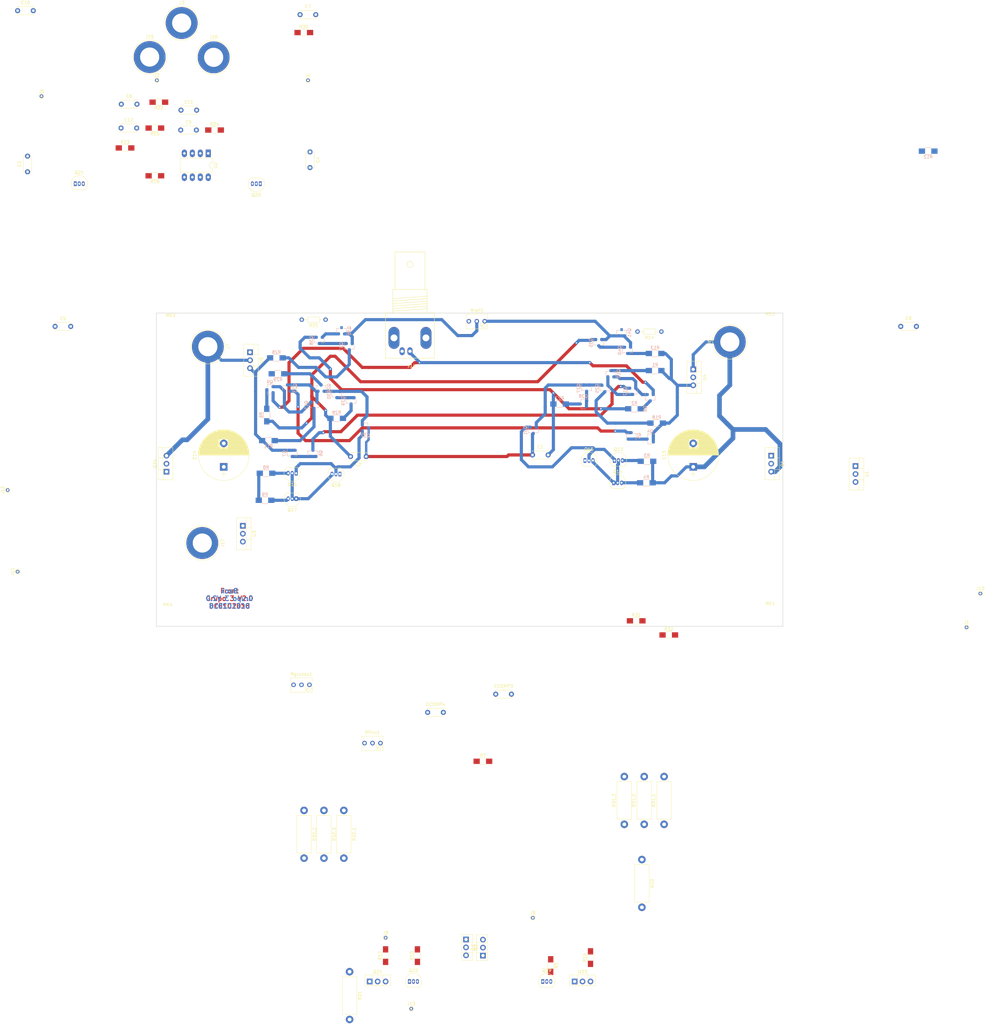
<source format=kicad_pcb>
(kicad_pcb (version 4) (host pcbnew 4.0.7)
  (layers (0 F.Cu signal) (31 B.Cu signal) (34 B.Paste user) (35 F.Paste user) (36 B.SilkS user) (37 F.SilkS user) (38 B.Mask user) (39 F.Mask user) (44 Edge.Cuts user))
  (net 0 "")
  (net 1 "Net-(C3-Pad2)")
  (net 2 "Net-(C4-Pad1)")
  (net 3 "Net-(C11-Pad1)")
  (net 4 "Net-(C11-Pad2)")
  (net 5 "Net-(C12-Pad1)")
  (net 6 GND)
  (net 7 "Net-(C7-Pad1)")
  (net 8 "Net-(C10-Pad2)")
  (net 9 "Net-(J1-Pad1)")
  (net 10 "Net-(J4-Pad1)")
  (net 11 "Net-(J5-Pad1)")
  (net 12 "Net-(J10-Pad1)")
  (net 13 "Net-(J11-Pad1)")
  (net 14 "Net-(Q13-Pad2)")
  (net 15 "Net-(Q13-Pad3)")
  (net 16 "Net-(Q14-Pad3)")
  (net 17 "Net-(Q15-Pad1)")
  (net 18 "Net-(Q16-Pad2)")
  (net 19 "Net-(Q16-Pad3)")
  (net 20 "Net-(Q17-Pad3)")
  (net 21 "Net-(Q18-Pad1)")
  (net 22 "Net-(Q19-Pad3)")
  (net 23 "Net-(Q22-Pad3)")
  (net 24 "Net-(Q24-Pad3)")
  (net 25 "Net-(Q33-Pad3)")
  (net 26 "Net-(Q35-Pad2)")
  (net 27 "Net-(Q36-Pad1)")
  (net 28 "Net-(Q36-Pad3)")
  (net 29 "Net-(Q37-Pad3)")
  (net 30 "Net-(Q40-Pad3)")
  (net 31 "Net-(Q41-Pad3)")
  (net 32 "Net-(U2-Pad6)")
  (net 33 Vcc)
  (net 34 Vdd)
  (net 35 VccTL)
  (net 36 VddTL)
  (net 37 Vin-)
  (net 38 Ireference2)
  (net 39 Ireference1)
  (net 40 Vout)
  (net 41 "Net-(C10-Pad1)")
  (net 42 "Net-(J8-Pad1)")
  (net 43 "Net-(J9-Pad1)")
  (net 44 "Net-(J13-Pad1)")
  (net 45 Vin+)
  (net 46 "Net-(Q2-Pad3)")
  (net 47 "Net-(Q3-Pad3)")
  (net 48 Vcc5)
  (net 49 "Net-(Q4-Pad3)")
  (net 50 "Net-(Q23-Pad1)")
  (net 51 "Net-(Q6-Pad1)")
  (net 52 "Net-(Q12-Pad1)")
  (net 53 Vdd5)
  (net 54 "Net-(Q10-Pad1)")
  (net 55 "Net-(Q8-Pad3)")
  (net 56 "Net-(Q11-Pad1)")
  (net 57 "Net-(Q9-Pad3)")
  (net 58 "Net-(Q10-Pad2)")
  (net 59 "Net-(Q10-Pad3)")
  (net 60 "Net-(Q11-Pad2)")
  (net 61 "Net-(Q11-Pad3)")
  (net 62 "Net-(Q25-Pad1)")
  (net 63 "Net-(Q25-Pad3)")
  (net 64 "Net-(Q26-Pad1)")
  (net 65 "Net-(Q26-Pad3)")
  (net 66 "Net-(Q27-Pad3)")
  (net 67 "Net-(Q28-Pad3)")
  (net 68 "Net-(Q29-Pad1)")
  (net 69 "Net-(Q29-Pad3)")
  (net 70 "Net-(R32-Pad1)")
  (net 71 "Net-(R32-Pad2)")
  (module Capacitors_THT:CP_Radial_D16.0mm_P7.50mm (layer F.Cu) (at 174.498 61.976 90)
    (fp_text reference C13 (at 3.75 -9.31 90) (layer F.SilkS))
    (fp_text value 1000u)
    (pad 1 thru_hole rect (at 0 0 90) (size 2.4 2.4) (drill 1.2) (layers *.Cu *.Mask) (net 33 Vcc))
    (pad 2 thru_hole circle (at 7.5 0 90) (size 2.4 2.4) (drill 1.2) (layers *.Cu *.Mask) (net 6 GND))
  )
  (module TO_SOT_Packages_SMD:SOT-23 (layer B.Cu) (at 53.086 57.642 90)
    (fp_text reference Q6 (at 0 2.5 90) (layer B.SilkS) (effects (justify mirror)))
    (fp_text value BC858)
    (pad 1 smd rect (at -1 0.95 90) (size 0.9 0.8) (layers B.Cu B.Paste B.Mask) (net 51 "Net-(Q6-Pad1)"))
    (pad 2 smd rect (at -1 -0.95 90) (size 0.9 0.8) (layers B.Cu B.Paste B.Mask) (net 51 "Net-(Q6-Pad1)"))
    (pad 3 smd rect (at 1 0 90) (size 0.9 0.8) (layers B.Cu B.Paste B.Mask) (net 52 "Net-(Q12-Pad1)"))
  )
  (module Capacitors_THT:C_Disc_D5.0mm_W2.5mm_P5.00mm (layer F.Cu) (at 123.19 58.166)
    (fp_text reference C1 (at 2.5 -2.56) (layer F.SilkS))
    (fp_text value 0.3p)
    (pad 1 thru_hole circle (at 0 0) (size 1.6 1.6) (drill 0.8) (layers *.Cu *.Mask) (net 37 Vin-))
    (pad 2 thru_hole circle (at 5 0) (size 1.6 1.6) (drill 0.8) (layers *.Cu *.Mask) (net 38 Ireference2))
  )
  (module TO_SOT_Packages_SMD:SOT-23 (layer B.Cu) (at 144.333 22.336 270)
    (fp_text reference Q35 (at 0 2.5 270) (layer B.SilkS) (effects (justify mirror)))
    (fp_text value BC858)
    (pad 1 smd rect (at -1 0.95 270) (size 0.9 0.8) (layers B.Cu B.Paste B.Mask) (net 39 Ireference1))
    (pad 2 smd rect (at -1 -0.95 270) (size 0.9 0.8) (layers B.Cu B.Paste B.Mask) (net 26 "Net-(Q35-Pad2)"))
    (pad 3 smd rect (at 1 0 270) (size 0.9 0.8) (layers B.Cu B.Paste B.Mask) (net 10 "Net-(J4-Pad1)"))
  )
  (module Mounting_Holes:MountingHole_2.2mm_M2 (layer F.Cu) (at 199.1106 108.8263)
    (fp_text reference MK1 (at 0 -3.2) (layer F.SilkS))
    (fp_text value Mounting_Hole)
    (pad 1 np_thru_hole circle (at 0 0) (size 2.2 2.2) (drill 2.2) (layers *.Cu *.Mask))
  )
  (module TO_SOT_Packages_THT:TO-220_Vertical (layer F.Cu) (at 174.498 30.861 270)
    (fp_text reference U4 (at 2.54 -3.62 270) (layer F.SilkS))
    (fp_text value LM7805_TO220)
    (pad 1 thru_hole rect (at 0 0 270) (size 1.8 1.8) (drill 1) (layers *.Cu *.Mask) (net 33 Vcc))
    (pad 2 thru_hole oval (at 2.54 0 270) (size 1.8 1.8) (drill 1) (layers *.Cu *.Mask) (net 6 GND))
    (pad 3 thru_hole oval (at 5.08 0 270) (size 1.8 1.8) (drill 1) (layers *.Cu *.Mask) (net 48 Vcc5))
  )
  (module Mounting_Holes:MountingHole_2.2mm_M2 (layer F.Cu) (at 199.0471 16.3703)
    (fp_text reference MK2 (at 0 -3.2) (layer F.SilkS))
    (fp_text value Mounting_Hole)
    (pad 1 np_thru_hole circle (at 0 0) (size 2.2 2.2) (drill 2.2) (layers *.Cu *.Mask))
  )
  (module TO_SOT_Packages_THT:TO-220_Vertical (layer F.Cu) (at 226.314 61.722 270)
    (fp_text reference U1 (at 2.54 -3.62 270) (layer F.SilkS))
    (fp_text value LM7812_TO220)
    (pad 1 thru_hole rect (at 0 0 270) (size 1.8 1.8) (drill 1) (layers *.Cu *.Mask) (net 33 Vcc))
    (pad 2 thru_hole oval (at 2.54 0 270) (size 1.8 1.8) (drill 1) (layers *.Cu *.Mask) (net 6 GND))
    (pad 3 thru_hole oval (at 5.08 0 270) (size 1.8 1.8) (drill 1) (layers *.Cu *.Mask) (net 35 VccTL))
  )
  (module Connectors:Banana_Jack_1Pin (layer F.Cu) (at 186.182 22.098 90)
    (fp_text reference J6 (at 0 -6.5 90) (layer F.SilkS))
    (fp_text value "Conector Vcc")
    (pad 1 thru_hole circle (at 0 0 90) (size 10.16 10.16) (drill 6.1) (layers *.Cu *.Mask) (net 33 Vcc))
  )
  (module TO_SOT_Packages_THT:TO-220_Vertical (layer F.Cu) (at 199.39 58.42 270)
    (fp_text reference Q1 (at 2.54 -3.62 270) (layer F.SilkS))
    (fp_text value TIP42C)
    (pad 1 thru_hole rect (at 0 0 270) (size 1.8 1.8) (drill 1) (layers *.Cu *.Mask) (net 9 "Net-(J1-Pad1)"))
    (pad 2 thru_hole oval (at 2.54 0 270) (size 1.8 1.8) (drill 1) (layers *.Cu *.Mask) (net 12 "Net-(J10-Pad1)"))
    (pad 3 thru_hole oval (at 5.08 0 270) (size 1.8 1.8) (drill 1) (layers *.Cu *.Mask) (net 33 Vcc))
  )
  (module Mounting_Holes:MountingHole_2.2mm_M2 (layer F.Cu) (at 7.6581 16.8148)
    (fp_text reference MK3 (at 0 -3.2) (layer F.SilkS))
    (fp_text value Mounting_Hole)
    (pad 1 np_thru_hole circle (at 0 0) (size 2.2 2.2) (drill 2.2) (layers *.Cu *.Mask))
  )
  (module Connectors:Banana_Jack_1Pin (layer F.Cu) (at 19.558 23.622 270)
    (fp_text reference J7 (at 0 -6.5 270) (layer F.SilkS))
    (fp_text value "Conector Vdd")
    (pad 1 thru_hole circle (at 0 0 270) (size 10.16 10.16) (drill 6.1) (layers *.Cu *.Mask) (net 34 Vdd))
  )
  (module Capacitors_THT:CP_Radial_D16.0mm_P7.50mm (layer F.Cu) (at 24.638 61.976 90)
    (fp_text reference C14 (at 3.75 -9.31 90) (layer F.SilkS))
    (fp_text value 1000u)
    (pad 1 thru_hole rect (at 0 0 90) (size 2.4 2.4) (drill 1.2) (layers *.Cu *.Mask) (net 6 GND))
    (pad 2 thru_hole circle (at 7.5 0 90) (size 2.4 2.4) (drill 1.2) (layers *.Cu *.Mask) (net 34 Vdd))
  )
  (module TO_SOT_Packages_THT:TO-220_Vertical (layer F.Cu) (at 33.02 25.4 270)
    (fp_text reference U5 (at 2.54 -3.62 270) (layer F.SilkS))
    (fp_text value LM7905_TO220)
    (pad 1 thru_hole rect (at 0 0 270) (size 1.8 1.8) (drill 1) (layers *.Cu *.Mask) (net 6 GND))
    (pad 2 thru_hole oval (at 2.54 0 270) (size 1.8 1.8) (drill 1) (layers *.Cu *.Mask) (net 34 Vdd))
    (pad 3 thru_hole oval (at 5.08 0 270) (size 1.8 1.8) (drill 1) (layers *.Cu *.Mask) (net 53 Vdd5))
  )
  (module TO_SOT_Packages_THT:TO-220_Vertical (layer F.Cu) (at 30.734 80.772 270)
    (fp_text reference U3 (at 2.54 -3.62 270) (layer F.SilkS))
    (fp_text value LM7912_TO220)
    (pad 1 thru_hole rect (at 0 0 270) (size 1.8 1.8) (drill 1) (layers *.Cu *.Mask) (net 6 GND))
    (pad 2 thru_hole oval (at 2.54 0 270) (size 1.8 1.8) (drill 1) (layers *.Cu *.Mask) (net 34 Vdd))
    (pad 3 thru_hole oval (at 5.08 0 270) (size 1.8 1.8) (drill 1) (layers *.Cu *.Mask) (net 36 VddTL))
  )
  (module TO_SOT_Packages_THT:TO-220_Vertical (layer F.Cu) (at 6.35 63.5 90)
    (fp_text reference Q34 (at 2.54 -3.62 90) (layer F.SilkS))
    (fp_text value TIP41C)
    (pad 1 thru_hole rect (at 0 0 90) (size 1.8 1.8) (drill 1) (layers *.Cu *.Mask) (net 44 "Net-(J13-Pad1)"))
    (pad 2 thru_hole oval (at 2.54 0 90) (size 1.8 1.8) (drill 1) (layers *.Cu *.Mask) (net 13 "Net-(J11-Pad1)"))
    (pad 3 thru_hole oval (at 5.08 0 90) (size 1.8 1.8) (drill 1) (layers *.Cu *.Mask) (net 34 Vdd))
  )
  (module Mounting_Holes:MountingHole_2.2mm_M2 (layer F.Cu) (at 6.7691 109.1438)
    (fp_text reference MK4 (at 0 -3.2) (layer F.SilkS))
    (fp_text value Mounting_Hole)
    (pad 1 np_thru_hole circle (at 0 0) (size 2.2 2.2) (drill 2.2) (layers *.Cu *.Mask))
  )
  (module Connectors:Banana_Jack_1Pin (layer F.Cu) (at 17.77746 86.2838 270)
    (fp_text reference J17 (at 0 -6.5 270) (layer F.SilkS))
    (fp_text value "Salida senal")
    (pad 1 thru_hole circle (at 0 0 270) (size 10.16 10.16) (drill 6.1) (layers *.Cu *.Mask) (net 40 Vout))
  )
  (module TO_SOT_Packages_THT:TO-92_Inline_Narrow_Oval (layer F.Cu) (at 47.752 72.136 180)
    (fp_text reference Q17 (at 1.27 -3.56 180) (layer F.SilkS))
    (fp_text value BC549)
    (pad 2 thru_hole oval (at 1.27 0) (size 0.9 1.5) (drill 0.6) (layers *.Cu *.Mask) (net 18 "Net-(Q16-Pad2)"))
    (pad 3 thru_hole oval (at 2.54 0) (size 0.9 1.5) (drill 0.6) (layers *.Cu *.Mask) (net 20 "Net-(Q17-Pad3)"))
    (pad 1 thru_hole rect (at 0 0) (size 0.9 1.5) (drill 0.6) (layers *.Cu *.Mask) (net 18 "Net-(Q16-Pad2)"))
  )
  (module TO_SOT_Packages_THT:TO-92_Inline_Narrow_Oval (layer F.Cu) (at 83.9216 226.2378)
    (fp_text reference Q22 (at 1.27 -3.56) (layer F.SilkS))
    (fp_text value BC549)
    (pad 2 thru_hole oval (at 1.27 0 180) (size 0.9 1.5) (drill 0.6) (layers *.Cu *.Mask) (net 18 "Net-(Q16-Pad2)"))
    (pad 3 thru_hole oval (at 2.54 0 180) (size 0.9 1.5) (drill 0.6) (layers *.Cu *.Mask) (net 23 "Net-(Q22-Pad3)"))
    (pad 1 thru_hole rect (at 0 0 180) (size 0.9 1.5) (drill 0.6) (layers *.Cu *.Mask) (net 43 "Net-(J9-Pad1)"))
  )
  (module Resistors_THT:R_Axial_DIN0414_L11.9mm_D4.5mm_P15.24mm_Horizontal (layer F.Cu) (at 152.5016 176.0728 90)
    (fp_text reference R31.3 (at 7.62 -3.31 90) (layer F.SilkS))
    (fp_text value 1)
    (pad 1 thru_hole circle (at 0 0 90) (size 2.4 2.4) (drill 1.2) (layers *.Cu *.Mask) (net 12 "Net-(J10-Pad1)"))
    (pad 2 thru_hole oval (at 15.24 0 90) (size 2.4 2.4) (drill 1.2) (layers *.Cu *.Mask) (net 40 Vout))
  )
  (module Capacitors_THT:C_Disc_D5.0mm_W2.5mm_P5.00mm (layer F.Cu) (at 70.104 58.674 180)
    (fp_text reference C2 (at 2.5 -2.56 180) (layer F.SilkS))
    (fp_text value 0.3p)
    (pad 1 thru_hole circle (at 0 0 180) (size 1.6 1.6) (drill 0.8) (layers *.Cu *.Mask) (net 37 Vin-))
    (pad 2 thru_hole circle (at 5 0 180) (size 1.6 1.6) (drill 0.8) (layers *.Cu *.Mask) (net 39 Ireference1))
  )
  (module Capacitors_THT:C_Disc_D5.0mm_W2.5mm_P5.00mm (layer F.Cu) (at -37.9984 -32.2072 90)
    (fp_text reference C3 (at 2.5 -2.56 90) (layer F.SilkS))
    (fp_text value 10p)
    (pad 1 thru_hole circle (at 0 0 90) (size 1.6 1.6) (drill 0.8) (layers *.Cu *.Mask) (net 40 Vout))
    (pad 2 thru_hole circle (at 5 0 90) (size 1.6 1.6) (drill 0.8) (layers *.Cu *.Mask) (net 1 "Net-(C3-Pad2)"))
  )
  (module Capacitors_THT:C_Disc_D5.0mm_W2.5mm_P5.00mm (layer F.Cu) (at 52.1716 -38.5572 270)
    (fp_text reference C4 (at 2.5 -2.56 270) (layer F.SilkS))
    (fp_text value 10p)
    (pad 1 thru_hole circle (at 0 0 270) (size 1.6 1.6) (drill 0.8) (layers *.Cu *.Mask) (net 2 "Net-(C4-Pad1)"))
    (pad 2 thru_hole circle (at 5 0 270) (size 1.6 1.6) (drill 0.8) (layers *.Cu *.Mask) (net 40 Vout))
  )
  (module Capacitors_THT:C_Disc_D5.0mm_W2.5mm_P5.00mm (layer F.Cu) (at 10.8966 -45.5422)
    (fp_text reference C5 (at 2.5 -2.56) (layer F.SilkS))
    (fp_text value 470n)
    (pad 1 thru_hole circle (at 0 0) (size 1.6 1.6) (drill 0.8) (layers *.Cu *.Mask) (net 3 "Net-(C11-Pad1)"))
    (pad 2 thru_hole circle (at 5 0) (size 1.6 1.6) (drill 0.8) (layers *.Cu *.Mask) (net 4 "Net-(C11-Pad2)"))
  )
  (module Capacitors_THT:C_Disc_D5.0mm_W2.5mm_P5.00mm (layer F.Cu) (at -8.0734 -53.7972)
    (fp_text reference C6 (at 2.5 -2.56) (layer F.SilkS))
    (fp_text value 470n)
    (pad 1 thru_hole circle (at 0 0) (size 1.6 1.6) (drill 0.8) (layers *.Cu *.Mask) (net 5 "Net-(C12-Pad1)"))
    (pad 2 thru_hole circle (at 5 0) (size 1.6 1.6) (drill 0.8) (layers *.Cu *.Mask) (net 6 GND))
  )
  (module Capacitors_THT:C_Disc_D5.0mm_W2.5mm_P5.00mm (layer F.Cu) (at 240.745 17.145)
    (fp_text reference C8 (at 2.5 -2.56) (layer F.SilkS))
    (fp_text value 100n)
    (pad 1 thru_hole circle (at 0 0) (size 1.6 1.6) (drill 0.8) (layers *.Cu *.Mask) (net 33 Vcc))
    (pad 2 thru_hole circle (at 5 0) (size 1.6 1.6) (drill 0.8) (layers *.Cu *.Mask) (net 6 GND))
  )
  (module Capacitors_THT:C_Disc_D5.0mm_W2.5mm_P5.00mm (layer F.Cu) (at -29.21 17.145)
    (fp_text reference C9 (at 2.5 -2.56) (layer F.SilkS))
    (fp_text value 100n)
    (pad 1 thru_hole circle (at 0 0) (size 1.6 1.6) (drill 0.8) (layers *.Cu *.Mask) (net 6 GND))
    (pad 2 thru_hole circle (at 5 0) (size 1.6 1.6) (drill 0.8) (layers *.Cu *.Mask) (net 34 Vdd))
  )
  (module Capacitors_THT:C_Disc_D5.0mm_W2.5mm_P5.00mm (layer F.Cu) (at 10.9766 -51.8922)
    (fp_text reference C11 (at 2.5 -2.56) (layer F.SilkS))
    (fp_text value 470n)
    (pad 1 thru_hole circle (at 0 0) (size 1.6 1.6) (drill 0.8) (layers *.Cu *.Mask) (net 3 "Net-(C11-Pad1)"))
    (pad 2 thru_hole circle (at 5 0) (size 1.6 1.6) (drill 0.8) (layers *.Cu *.Mask) (net 4 "Net-(C11-Pad2)"))
  )
  (module Capacitors_THT:C_Disc_D5.0mm_W2.5mm_P5.00mm (layer F.Cu) (at -8.1534 -46.1772)
    (fp_text reference C12 (at 2.5 -2.56) (layer F.SilkS))
    (fp_text value 470n)
    (pad 1 thru_hole circle (at 0 0) (size 1.6 1.6) (drill 0.8) (layers *.Cu *.Mask) (net 5 "Net-(C12-Pad1)"))
    (pad 2 thru_hole circle (at 5 0) (size 1.6 1.6) (drill 0.8) (layers *.Cu *.Mask) (net 6 GND))
  )
  (module TO_SOT_Packages_THT:TO-92_Inline_Narrow_Oval (layer F.Cu) (at 149.352 59.944)
    (fp_text reference Q13 (at 1.27 -3.56) (layer F.SilkS))
    (fp_text value BC559)
    (pad 2 thru_hole oval (at 1.27 0 180) (size 0.9 1.5) (drill 0.6) (layers *.Cu *.Mask) (net 14 "Net-(Q13-Pad2)"))
    (pad 3 thru_hole oval (at 2.54 0 180) (size 0.9 1.5) (drill 0.6) (layers *.Cu *.Mask) (net 15 "Net-(Q13-Pad3)"))
    (pad 1 thru_hole rect (at 0 0 180) (size 0.9 1.5) (drill 0.6) (layers *.Cu *.Mask) (net 2 "Net-(C4-Pad1)"))
  )
  (module TO_SOT_Packages_THT:TO-92_Inline_Narrow_Oval (layer F.Cu) (at 149.098 67.056)
    (fp_text reference Q14 (at 1.27 -3.56) (layer F.SilkS))
    (fp_text value BC559)
    (pad 2 thru_hole oval (at 1.27 0 180) (size 0.9 1.5) (drill 0.6) (layers *.Cu *.Mask) (net 14 "Net-(Q13-Pad2)"))
    (pad 3 thru_hole oval (at 2.54 0 180) (size 0.9 1.5) (drill 0.6) (layers *.Cu *.Mask) (net 16 "Net-(Q14-Pad3)"))
    (pad 1 thru_hole rect (at 0 0 180) (size 0.9 1.5) (drill 0.6) (layers *.Cu *.Mask) (net 14 "Net-(Q13-Pad2)"))
  )
  (module TO_SOT_Packages_THT:TO-92_Inline_Narrow_Oval (layer F.Cu) (at 139.954 59.944)
    (fp_text reference Q15 (at 1.27 -3.56) (layer F.SilkS))
    (fp_text value BC559)
    (pad 2 thru_hole oval (at 1.27 0 180) (size 0.9 1.5) (drill 0.6) (layers *.Cu *.Mask) (net 2 "Net-(C4-Pad1)"))
    (pad 3 thru_hole oval (at 2.54 0 180) (size 0.9 1.5) (drill 0.6) (layers *.Cu *.Mask) (net 14 "Net-(Q13-Pad2)"))
    (pad 1 thru_hole rect (at 0 0 180) (size 0.9 1.5) (drill 0.6) (layers *.Cu *.Mask) (net 17 "Net-(Q15-Pad1)"))
  )
  (module TO_SOT_Packages_THT:TO-92_Inline_Narrow_Oval (layer F.Cu) (at 47.752 64.008 180)
    (fp_text reference Q16 (at 1.27 -3.56 180) (layer F.SilkS))
    (fp_text value BC549)
    (pad 2 thru_hole oval (at 1.27 0) (size 0.9 1.5) (drill 0.6) (layers *.Cu *.Mask) (net 18 "Net-(Q16-Pad2)"))
    (pad 3 thru_hole oval (at 2.54 0) (size 0.9 1.5) (drill 0.6) (layers *.Cu *.Mask) (net 19 "Net-(Q16-Pad3)"))
    (pad 1 thru_hole rect (at 0 0) (size 0.9 1.5) (drill 0.6) (layers *.Cu *.Mask) (net 1 "Net-(C3-Pad2)"))
  )
  (module TO_SOT_Packages_THT:TO-92_Inline_Narrow_Oval (layer F.Cu) (at 61.722 64.262 180)
    (fp_text reference Q18 (at 1.27 -3.56 180) (layer F.SilkS))
    (fp_text value BC549)
    (pad 2 thru_hole oval (at 1.27 0) (size 0.9 1.5) (drill 0.6) (layers *.Cu *.Mask) (net 1 "Net-(C3-Pad2)"))
    (pad 3 thru_hole oval (at 2.54 0) (size 0.9 1.5) (drill 0.6) (layers *.Cu *.Mask) (net 18 "Net-(Q16-Pad2)"))
    (pad 1 thru_hole rect (at 0 0) (size 0.9 1.5) (drill 0.6) (layers *.Cu *.Mask) (net 21 "Net-(Q18-Pad1)"))
  )
  (module TO_SOT_Packages_THT:TO-92_Inline_Narrow_Oval (layer F.Cu) (at 126.4666 226.2378)
    (fp_text reference Q19 (at 1.27 -3.56) (layer F.SilkS))
    (fp_text value BC559)
    (pad 2 thru_hole oval (at 1.27 0 180) (size 0.9 1.5) (drill 0.6) (layers *.Cu *.Mask) (net 14 "Net-(Q13-Pad2)"))
    (pad 3 thru_hole oval (at 2.54 0 180) (size 0.9 1.5) (drill 0.6) (layers *.Cu *.Mask) (net 22 "Net-(Q19-Pad3)"))
    (pad 1 thru_hole rect (at 0 0 180) (size 0.9 1.5) (drill 0.6) (layers *.Cu *.Mask) (net 42 "Net-(J8-Pad1)"))
  )
  (module TO_SOT_Packages_THT:TO-92_Inline_Narrow_Oval (layer F.Cu) (at -22.7584 -28.3972)
    (fp_text reference Q21 (at 1.27 -3.56) (layer F.SilkS))
    (fp_text value BC559)
    (pad 2 thru_hole oval (at 1.27 0 180) (size 0.9 1.5) (drill 0.6) (layers *.Cu *.Mask) (net 8 "Net-(C10-Pad2)"))
    (pad 3 thru_hole oval (at 2.54 0 180) (size 0.9 1.5) (drill 0.6) (layers *.Cu *.Mask) (net 42 "Net-(J8-Pad1)"))
    (pad 1 thru_hole rect (at 0 0 180) (size 0.9 1.5) (drill 0.6) (layers *.Cu *.Mask) (net 34 Vdd))
  )
  (module TO_SOT_Packages_THT:TO-126_Vertical (layer F.Cu) (at 71.2216 226.2378)
    (fp_text reference Q24 (at 2.54 -3.12) (layer F.SilkS))
    (fp_text value BD136)
    (pad 1 thru_hole rect (at 0 0) (size 1.8 1.8) (drill 1) (layers *.Cu *.Mask) (net 13 "Net-(J11-Pad1)"))
    (pad 2 thru_hole oval (at 2.54 0) (size 1.8 1.8) (drill 1) (layers *.Cu *.Mask) (net 44 "Net-(J13-Pad1)"))
    (pad 3 thru_hole oval (at 5.08 0) (size 1.8 1.8) (drill 1) (layers *.Cu *.Mask) (net 24 "Net-(Q24-Pad3)"))
  )
  (module TO_SOT_Packages_THT:TO-126_Vertical (layer F.Cu) (at 136.6266 226.2378)
    (fp_text reference Q33 (at 2.54 -3.12) (layer F.SilkS))
    (fp_text value BD135)
    (pad 1 thru_hole rect (at 0 0) (size 1.8 1.8) (drill 1) (layers *.Cu *.Mask) (net 12 "Net-(J10-Pad1)"))
    (pad 2 thru_hole oval (at 2.54 0) (size 1.8 1.8) (drill 1) (layers *.Cu *.Mask) (net 9 "Net-(J1-Pad1)"))
    (pad 3 thru_hole oval (at 5.08 0) (size 1.8 1.8) (drill 1) (layers *.Cu *.Mask) (net 25 "Net-(Q33-Pad3)"))
  )
  (module Resistors_THT:R_Axial_DIN0414_L11.9mm_D4.5mm_P15.24mm_Horizontal (layer F.Cu) (at 165.2016 176.0728 90)
    (fp_text reference R31.1 (at 7.62 -3.31 90) (layer F.SilkS))
    (fp_text value 1)
    (pad 1 thru_hole circle (at 0 0 90) (size 2.4 2.4) (drill 1.2) (layers *.Cu *.Mask) (net 12 "Net-(J10-Pad1)"))
    (pad 2 thru_hole oval (at 15.24 0 90) (size 2.4 2.4) (drill 1.2) (layers *.Cu *.Mask) (net 40 Vout))
  )
  (module Resistors_THT:R_Axial_DIN0414_L11.9mm_D4.5mm_P15.24mm_Horizontal (layer F.Cu) (at 158.8516 176.0728 90)
    (fp_text reference R31.2 (at 7.62 -3.31 90) (layer F.SilkS))
    (fp_text value 1)
    (pad 1 thru_hole circle (at 0 0 90) (size 2.4 2.4) (drill 1.2) (layers *.Cu *.Mask) (net 12 "Net-(J10-Pad1)"))
    (pad 2 thru_hole oval (at 15.24 0 90) (size 2.4 2.4) (drill 1.2) (layers *.Cu *.Mask) (net 40 Vout))
  )
  (module Resistors_THT:R_Axial_DIN0414_L11.9mm_D4.5mm_P15.24mm_Horizontal (layer F.Cu) (at 62.9666 171.6278 270)
    (fp_text reference R32.1 (at 7.62 -3.31 270) (layer F.SilkS))
    (fp_text value 1)
    (pad 1 thru_hole circle (at 0 0 270) (size 2.4 2.4) (drill 1.2) (layers *.Cu *.Mask) (net 40 Vout))
    (pad 2 thru_hole oval (at 15.24 0 270) (size 2.4 2.4) (drill 1.2) (layers *.Cu *.Mask) (net 13 "Net-(J11-Pad1)"))
  )
  (module Resistors_THT:R_Axial_DIN0414_L11.9mm_D4.5mm_P15.24mm_Horizontal (layer F.Cu) (at 50.2666 171.6278 270)
    (fp_text reference R32.2 (at 7.62 -3.31 270) (layer F.SilkS))
    (fp_text value 1)
    (pad 1 thru_hole circle (at 0 0 270) (size 2.4 2.4) (drill 1.2) (layers *.Cu *.Mask) (net 40 Vout))
    (pad 2 thru_hole oval (at 15.24 0 270) (size 2.4 2.4) (drill 1.2) (layers *.Cu *.Mask) (net 13 "Net-(J11-Pad1)"))
  )
  (module Resistors_THT:R_Axial_DIN0414_L11.9mm_D4.5mm_P15.24mm_Horizontal (layer F.Cu) (at 56.6166 171.6278 270)
    (fp_text reference R32.3 (at 7.62 -3.31 270) (layer F.SilkS))
    (fp_text value 1)
    (pad 1 thru_hole circle (at 0 0 270) (size 2.4 2.4) (drill 1.2) (layers *.Cu *.Mask) (net 40 Vout))
    (pad 2 thru_hole oval (at 15.24 0 270) (size 2.4 2.4) (drill 1.2) (layers *.Cu *.Mask) (net 13 "Net-(J11-Pad1)"))
  )
  (module Connectors:PINTST (layer F.Cu) (at 261.7597 113.1951)
    (fp_text reference J1 (at 0 -1.6) (layer F.SilkS))
    (fp_text value Test_Etapa_3_Inf)
    (pad 1 thru_hole circle (at 0 0) (size 1.143 1.143) (drill 0.635) (layers *.Cu *.Mask) (net 9 "Net-(J1-Pad1)"))
  )
  (module Connectors:PINTST (layer F.Cu) (at 3.2766 -61.4172)
    (fp_text reference J2 (at 0 -1.6) (layer F.SilkS))
    (fp_text value Test_Realim_Out)
    (pad 1 thru_hole circle (at 0 0) (size 1.143 1.143) (drill 0.635) (layers *.Cu *.Mask) (net 37 Vin-))
  )
  (module Connectors:PINTST (layer F.Cu) (at 51.5366 -61.4172)
    (fp_text reference J4 (at 0 -1.6) (layer F.SilkS))
    (fp_text value Protecc_Sup_Out)
    (pad 1 thru_hole circle (at 0 0) (size 1.143 1.143) (drill 0.635) (layers *.Cu *.Mask) (net 10 "Net-(J4-Pad1)"))
  )
  (module Connectors:PINTST (layer F.Cu) (at -33.5534 -56.3372)
    (fp_text reference J5 (at 0 -1.6) (layer F.SilkS))
    (fp_text value Protecc_Inf_Out)
    (pad 1 thru_hole circle (at 0 0) (size 1.143 1.143) (drill 0.635) (layers *.Cu *.Mask) (net 11 "Net-(J5-Pad1)"))
  )
  (module Connectors:PINTST (layer F.Cu) (at 76.3016 212.2678)
    (fp_text reference J8 (at 0 -1.6) (layer F.SilkS))
    (fp_text value Test_Etapa_3_Inf)
    (pad 1 thru_hole circle (at 0 0) (size 1.143 1.143) (drill 0.635) (layers *.Cu *.Mask) (net 42 "Net-(J8-Pad1)"))
  )
  (module Connectors:PINTST (layer F.Cu) (at 123.2916 205.9178)
    (fp_text reference J9 (at 0 -1.6) (layer F.SilkS))
    (fp_text value Test_Etapa_3_Sup)
    (pad 1 thru_hole circle (at 0 0) (size 1.143 1.143) (drill 0.635) (layers *.Cu *.Mask) (net 43 "Net-(J9-Pad1)"))
  )
  (module Connectors:PINTST (layer F.Cu) (at 266.1666 102.4128)
    (fp_text reference J10 (at 0 -1.6) (layer F.SilkS))
    (fp_text value Protecc_Sup_In1)
    (pad 1 thru_hole circle (at 0 0) (size 1.143 1.143) (drill 0.635) (layers *.Cu *.Mask) (net 12 "Net-(J10-Pad1)"))
  )
  (module Connectors:PINTST (layer F.Cu) (at -41.1734 95.4278 90)
    (fp_text reference J11 (at 0 -1.6 90) (layer F.SilkS))
    (fp_text value Protecc_Inf_In1)
    (pad 1 thru_hole circle (at 0 0 90) (size 1.143 1.143) (drill 0.635) (layers *.Cu *.Mask) (net 13 "Net-(J11-Pad1)"))
  )
  (module Connectors:PINTST (layer F.Cu) (at -44.3484 69.3928 90)
    (fp_text reference J12 (at 0 -1.6 90) (layer F.SilkS))
    (fp_text value Protecc_Sup_In2)
    (pad 1 thru_hole circle (at 0 0 90) (size 1.143 1.143) (drill 0.635) (layers *.Cu *.Mask) (net 40 Vout))
  )
  (module TO_SOT_Packages_THT:TO-92_Inline_Narrow_Oval (layer F.Cu) (at 36.2966 -28.3972 180)
    (fp_text reference Q20 (at 1.27 -3.56 180) (layer F.SilkS))
    (fp_text value BC549)
    (pad 2 thru_hole oval (at 1.27 0) (size 0.9 1.5) (drill 0.6) (layers *.Cu *.Mask) (net 7 "Net-(C7-Pad1)"))
    (pad 3 thru_hole oval (at 2.54 0) (size 0.9 1.5) (drill 0.6) (layers *.Cu *.Mask) (net 43 "Net-(J9-Pad1)"))
    (pad 1 thru_hole rect (at 0 0) (size 0.9 1.5) (drill 0.6) (layers *.Cu *.Mask) (net 33 Vcc))
  )
  (module Resistors_THT:R_Axial_DIN0204_L3.6mm_D1.6mm_P7.62mm_Horizontal (layer F.Cu) (at 164.338 18.796 180)
    (fp_text reference R14 (at 3.81 -1.86 180) (layer F.SilkS))
    (fp_text value 200)
    (pad 1 thru_hole circle (at 0 0 180) (size 1.4 1.4) (drill 0.7) (layers *.Cu *.Mask) (net 48 Vcc5))
    (pad 2 thru_hole oval (at 7.62 0 180) (size 1.4 1.4) (drill 0.7) (layers *.Cu *.Mask) (net 31 "Net-(Q41-Pad3)"))
  )
  (module Resistors_THT:R_Axial_DIN0204_L3.6mm_D1.6mm_P7.62mm_Horizontal (layer F.Cu) (at 57.15 14.986 180)
    (fp_text reference R25 (at 3.81 -1.86 180) (layer F.SilkS))
    (fp_text value 200)
    (pad 1 thru_hole circle (at 0 0 180) (size 1.4 1.4) (drill 0.7) (layers *.Cu *.Mask) (net 28 "Net-(Q36-Pad3)"))
    (pad 2 thru_hole oval (at 7.62 0 180) (size 1.4 1.4) (drill 0.7) (layers *.Cu *.Mask) (net 53 Vdd5))
  )
  (module Potentiometers:Potentiometer_Trimmer_Bourns_3266Y (layer F.Cu) (at 107.95 15.494)
    (fp_text reference Rref3 (at -2.54 -3.41) (layer F.SilkS))
    (fp_text value POT)
    (pad 1 thru_hole circle (at 0 0) (size 1.44 1.44) (drill 0.8) (layers *.Cu *.Mask) (net 26 "Net-(Q35-Pad2)"))
    (pad 2 thru_hole circle (at -2.54 0) (size 1.44 1.44) (drill 0.8) (layers *.Cu *.Mask) (net 27 "Net-(Q36-Pad1)"))
    (pad 3 thru_hole circle (at -5.08 0) (size 1.44 1.44) (drill 0.8) (layers *.Cu *.Mask))
  )
  (module Housings_DIP:DIP-8_W7.62mm_LongPads (layer F.Cu) (at 19.685 -38.1 270)
    (fp_text reference U2 (at 3.81 -2.33 270) (layer F.SilkS))
    (fp_text value TL082)
    (pad 1 thru_hole rect (at 0 0 270) (size 2.4 1.6) (drill 0.8) (layers *.Cu *.Mask) (net 4 "Net-(C11-Pad2)"))
    (pad 5 thru_hole oval (at 7.62 7.62 270) (size 2.4 1.6) (drill 0.8) (layers *.Cu *.Mask) (net 6 GND))
    (pad 2 thru_hole oval (at 0 2.54 270) (size 2.4 1.6) (drill 0.8) (layers *.Cu *.Mask) (net 3 "Net-(C11-Pad1)"))
    (pad 6 thru_hole oval (at 7.62 5.08 270) (size 2.4 1.6) (drill 0.8) (layers *.Cu *.Mask) (net 32 "Net-(U2-Pad6)"))
    (pad 3 thru_hole oval (at 0 5.08 270) (size 2.4 1.6) (drill 0.8) (layers *.Cu *.Mask) (net 5 "Net-(C12-Pad1)"))
    (pad 7 thru_hole oval (at 7.62 2.54 270) (size 2.4 1.6) (drill 0.8) (layers *.Cu *.Mask) (net 32 "Net-(U2-Pad6)"))
    (pad 4 thru_hole oval (at 0 7.62 270) (size 2.4 1.6) (drill 0.8) (layers *.Cu *.Mask) (net 36 VddTL))
    (pad 8 thru_hole oval (at 7.62 0 270) (size 2.4 1.6) (drill 0.8) (layers *.Cu *.Mask) (net 35 VccTL))
  )
  (module Capacitors_THT:C_Disc_D5.0mm_W2.5mm_P5.00mm (layer F.Cu) (at 48.9966 -82.3722)
    (fp_text reference C7 (at 2.5 -2.56) (layer F.SilkS))
    (fp_text value 100n)
    (pad 1 thru_hole circle (at 0 0) (size 1.6 1.6) (drill 0.8) (layers *.Cu *.Mask) (net 7 "Net-(C7-Pad1)"))
    (pad 2 thru_hole circle (at 5 0) (size 1.6 1.6) (drill 0.8) (layers *.Cu *.Mask) (net 41 "Net-(C10-Pad1)"))
  )
  (module Capacitors_THT:C_Disc_D5.0mm_W2.5mm_P5.00mm (layer F.Cu) (at -41.1734 -83.6422)
    (fp_text reference C10 (at 2.5 -2.56) (layer F.SilkS))
    (fp_text value 100n)
    (pad 1 thru_hole circle (at 0 0) (size 1.6 1.6) (drill 0.8) (layers *.Cu *.Mask) (net 41 "Net-(C10-Pad1)"))
    (pad 2 thru_hole circle (at 5 0) (size 1.6 1.6) (drill 0.8) (layers *.Cu *.Mask) (net 8 "Net-(C10-Pad2)"))
  )
  (module Capacitors_THT:C_Disc_D5.0mm_W2.5mm_P5.00mm (layer F.Cu) (at 111.459 134.5311)
    (fp_text reference CCOMP3 (at 2.5 -2.56) (layer F.SilkS))
    (fp_text value 10p)
    (pad 1 thru_hole circle (at 0 0) (size 1.6 1.6) (drill 0.8) (layers *.Cu *.Mask) (net 40 Vout))
    (pad 2 thru_hole circle (at 5 0) (size 1.6 1.6) (drill 0.8) (layers *.Cu *.Mask) (net 1 "Net-(C3-Pad2)"))
  )
  (module Capacitors_THT:C_Disc_D5.0mm_W2.5mm_P5.00mm (layer F.Cu) (at 89.7255 140.3477)
    (fp_text reference CCOMP4 (at 2.5 -2.56) (layer F.SilkS))
    (fp_text value 10p)
    (pad 1 thru_hole circle (at 0 0) (size 1.6 1.6) (drill 0.8) (layers *.Cu *.Mask) (net 2 "Net-(C4-Pad1)"))
    (pad 2 thru_hole circle (at 5 0) (size 1.6 1.6) (drill 0.8) (layers *.Cu *.Mask) (net 40 Vout))
  )
  (module Connectors:Banana_Jack_1Pin (layer F.Cu) (at 11.19378 -79.70012)
    (fp_text reference J3 (at 0 -6.5) (layer F.SilkS))
    (fp_text value "Salida masa1")
    (pad 1 thru_hole circle (at 0 0) (size 10.16 10.16) (drill 6.1) (layers *.Cu *.Mask) (net 6 GND))
  )
  (module Connectors:PINTST (layer F.Cu) (at 84.49056 234.93984)
    (fp_text reference J13 (at 0 -1.6) (layer F.SilkS))
    (fp_text value Test_Etapa_3_Inf)
    (pad 1 thru_hole circle (at 0 0) (size 1.143 1.143) (drill 0.635) (layers *.Cu *.Mask) (net 44 "Net-(J13-Pad1)"))
  )
  (module Connectors_TE-Connectivity:BNC_Socket_TYCO-AMP_LargePads (layer F.Cu) (at 84.074 20.066)
    (fp_text reference J14 (at 0.508 9.652) (layer F.SilkS))
    (fp_text value Entrada)
    (pad 2 thru_hole oval (at -5.09778 0.7366) (size 3.50012 7.00024) (drill 2.19964) (layers *.Cu *.Mask) (net 6 GND))
    (pad 2 thru_hole oval (at 5.10032 0.7366) (size 3.50012 7.00024) (drill 2.19964) (layers *.Cu *.Mask) (net 6 GND))
    (pad 1 thru_hole oval (at 0 5.00126) (size 1.6002 2.49936) (drill 1.00076) (layers *.Cu *.Mask) (net 45 Vin+))
    (pad 2 thru_hole oval (at -2.49936 5.00126) (size 1.6002 2.49936) (drill 1.00076) (layers *.Cu *.Mask) (net 6 GND))
  )
  (module Connectors:Banana_Jack_1Pin (layer F.Cu) (at 0.9779 -68.83654)
    (fp_text reference J15 (at 0 -6.5) (layer F.SilkS))
    (fp_text value "Salida masa2")
    (pad 1 thru_hole circle (at 0 0) (size 10.16 10.16) (drill 6.1) (layers *.Cu *.Mask) (net 6 GND))
  )
  (module Connectors:Banana_Jack_1Pin (layer F.Cu) (at 21.4122 -68.7451)
    (fp_text reference J16 (at 0 -6.5) (layer F.SilkS))
    (fp_text value "Salida tierra")
    (pad 1 thru_hole circle (at 0 0) (size 10.16 10.16) (drill 6.1) (layers *.Cu *.Mask) (net 6 GND))
  )
  (module TO_SOT_Packages_THT:TO-126_Vertical (layer F.Cu) (at 101.97338 212.82406 270)
    (fp_text reference Q2 (at 2.54 -3.12 270) (layer F.SilkS))
    (fp_text value BD135)
    (pad 1 thru_hole rect (at 0 0 270) (size 1.8 1.8) (drill 1) (layers *.Cu *.Mask) (net 41 "Net-(C10-Pad1)"))
    (pad 2 thru_hole oval (at 2.54 0 270) (size 1.8 1.8) (drill 1) (layers *.Cu *.Mask) (net 7 "Net-(C7-Pad1)"))
    (pad 3 thru_hole oval (at 5.08 0 270) (size 1.8 1.8) (drill 1) (layers *.Cu *.Mask) (net 46 "Net-(Q2-Pad3)"))
  )
  (module TO_SOT_Packages_THT:TO-126_Vertical (layer F.Cu) (at 107.3785 217.96502 90)
    (fp_text reference Q3 (at 2.54 -3.12 90) (layer F.SilkS))
    (fp_text value BD136)
    (pad 1 thru_hole rect (at 0 0 90) (size 1.8 1.8) (drill 1) (layers *.Cu *.Mask) (net 41 "Net-(C10-Pad1)"))
    (pad 2 thru_hole oval (at 2.54 0 90) (size 1.8 1.8) (drill 1) (layers *.Cu *.Mask) (net 8 "Net-(C10-Pad2)"))
    (pad 3 thru_hole oval (at 5.08 0 90) (size 1.8 1.8) (drill 1) (layers *.Cu *.Mask) (net 47 "Net-(Q3-Pad3)"))
  )
  (module TO_SOT_Packages_SMD:SOT-23 (layer B.Cu) (at 160.766 53.086 180)
    (fp_text reference Q4 (at 0 2.5 180) (layer B.SilkS) (effects (justify mirror)))
    (fp_text value BC848)
    (pad 1 smd rect (at -1 0.95 180) (size 0.9 0.8) (layers B.Cu B.Paste B.Mask) (net 48 Vcc5))
    (pad 2 smd rect (at -1 -0.95 180) (size 0.9 0.8) (layers B.Cu B.Paste B.Mask) (net 48 Vcc5))
    (pad 3 smd rect (at 1 0 180) (size 0.9 0.8) (layers B.Cu B.Paste B.Mask) (net 49 "Net-(Q4-Pad3)"))
  )
  (module TO_SOT_Packages_SMD:SOT-23 (layer B.Cu) (at 154.686 52.054 90)
    (fp_text reference Q5 (at 0 2.5 90) (layer B.SilkS) (effects (justify mirror)))
    (fp_text value BC848)
    (pad 1 smd rect (at -1 0.95 90) (size 0.9 0.8) (layers B.Cu B.Paste B.Mask) (net 49 "Net-(Q4-Pad3)"))
    (pad 2 smd rect (at -1 -0.95 90) (size 0.9 0.8) (layers B.Cu B.Paste B.Mask) (net 49 "Net-(Q4-Pad3)"))
    (pad 3 smd rect (at 1 0 90) (size 0.9 0.8) (layers B.Cu B.Paste B.Mask) (net 50 "Net-(Q23-Pad1)"))
  )
  (module TO_SOT_Packages_SMD:SOT-23 (layer B.Cu) (at 46.482 57.674 270)
    (fp_text reference Q7 (at 0 2.5 270) (layer B.SilkS) (effects (justify mirror)))
    (fp_text value BC858)
    (pad 1 smd rect (at -1 0.95 270) (size 0.9 0.8) (layers B.Cu B.Paste B.Mask) (net 53 Vdd5))
    (pad 2 smd rect (at -1 -0.95 270) (size 0.9 0.8) (layers B.Cu B.Paste B.Mask) (net 53 Vdd5))
    (pad 3 smd rect (at 1 0 270) (size 0.9 0.8) (layers B.Cu B.Paste B.Mask) (net 51 "Net-(Q6-Pad1)"))
  )
  (module TO_SOT_Packages_SMD:SOT-23 (layer B.Cu) (at 160.782 39.894 270)
    (fp_text reference Q8 (at 3.51104 1.59508 270) (layer B.SilkS) (effects (justify mirror)))
    (fp_text value BC848)
    (pad 1 smd rect (at -1 0.95 270) (size 0.9 0.8) (layers B.Cu B.Paste B.Mask) (net 54 "Net-(Q10-Pad1)"))
    (pad 2 smd rect (at -1 -0.95 270) (size 0.9 0.8) (layers B.Cu B.Paste B.Mask) (net 45 Vin+))
    (pad 3 smd rect (at 1 0 270) (size 0.9 0.8) (layers B.Cu B.Paste B.Mask) (net 55 "Net-(Q8-Pad3)"))
  )
  (module TO_SOT_Packages_SMD:SOT-23 (layer B.Cu) (at 39.386 37.338 180)
    (fp_text reference Q9 (at 0 2.5 180) (layer B.SilkS) (effects (justify mirror)))
    (fp_text value BC858)
    (pad 1 smd rect (at -1 0.95 180) (size 0.9 0.8) (layers B.Cu B.Paste B.Mask) (net 56 "Net-(Q11-Pad1)"))
    (pad 2 smd rect (at -1 -0.95 180) (size 0.9 0.8) (layers B.Cu B.Paste B.Mask) (net 45 Vin+))
    (pad 3 smd rect (at 1 0 180) (size 0.9 0.8) (layers B.Cu B.Paste B.Mask) (net 57 "Net-(Q9-Pad3)"))
  )
  (module TO_SOT_Packages_SMD:SOT-23 (layer B.Cu) (at 148.209 32.242 90)
    (fp_text reference Q10 (at 0 2.5 90) (layer B.SilkS) (effects (justify mirror)))
    (fp_text value BC858)
    (pad 1 smd rect (at -1 0.95 90) (size 0.9 0.8) (layers B.Cu B.Paste B.Mask) (net 54 "Net-(Q10-Pad1)"))
    (pad 2 smd rect (at -1 -0.95 90) (size 0.9 0.8) (layers B.Cu B.Paste B.Mask) (net 58 "Net-(Q10-Pad2)"))
    (pad 3 smd rect (at 1 0 90) (size 0.9 0.8) (layers B.Cu B.Paste B.Mask) (net 59 "Net-(Q10-Pad3)"))
  )
  (module TO_SOT_Packages_SMD:SOT-23 (layer B.Cu) (at 53.438 42.307 270)
    (fp_text reference Q11 (at 0 2.5 270) (layer B.SilkS) (effects (justify mirror)))
    (fp_text value BC848)
    (pad 1 smd rect (at -1 0.95 270) (size 0.9 0.8) (layers B.Cu B.Paste B.Mask) (net 56 "Net-(Q11-Pad1)"))
    (pad 2 smd rect (at -1 -0.95 270) (size 0.9 0.8) (layers B.Cu B.Paste B.Mask) (net 60 "Net-(Q11-Pad2)"))
    (pad 3 smd rect (at 1 0 270) (size 0.9 0.8) (layers B.Cu B.Paste B.Mask) (net 61 "Net-(Q11-Pad3)"))
  )
  (module TO_SOT_Packages_SMD:SOT-23 (layer B.Cu) (at 155.194 37.862 270)
    (fp_text reference Q12 (at 0 2.5 270) (layer B.SilkS) (effects (justify mirror)))
    (fp_text value BC858)
    (pad 1 smd rect (at -1 0.95 270) (size 0.9 0.8) (layers B.Cu B.Paste B.Mask) (net 52 "Net-(Q12-Pad1)"))
    (pad 2 smd rect (at -1 -0.95 270) (size 0.9 0.8) (layers B.Cu B.Paste B.Mask) (net 54 "Net-(Q10-Pad1)"))
    (pad 3 smd rect (at 1 0 270) (size 0.9 0.8) (layers B.Cu B.Paste B.Mask) (net 58 "Net-(Q10-Pad2)"))
  )
  (module TO_SOT_Packages_SMD:SOT-23 (layer B.Cu) (at 44.958 36.814 90)
    (fp_text reference Q23 (at 0 2.5 90) (layer B.SilkS) (effects (justify mirror)))
    (fp_text value BC848)
    (pad 1 smd rect (at -1 0.95 90) (size 0.9 0.8) (layers B.Cu B.Paste B.Mask) (net 50 "Net-(Q23-Pad1)"))
    (pad 2 smd rect (at -1 -0.95 90) (size 0.9 0.8) (layers B.Cu B.Paste B.Mask) (net 56 "Net-(Q11-Pad1)"))
    (pad 3 smd rect (at 1 0 90) (size 0.9 0.8) (layers B.Cu B.Paste B.Mask) (net 60 "Net-(Q11-Pad2)"))
  )
  (module TO_SOT_Packages_SMD:SOT-23 (layer B.Cu) (at 146.304 36.957 270)
    (fp_text reference Q25 (at 0 2.5 270) (layer B.SilkS) (effects (justify mirror)))
    (fp_text value BC858)
    (pad 1 smd rect (at -1 0.95 270) (size 0.9 0.8) (layers B.Cu B.Paste B.Mask) (net 62 "Net-(Q25-Pad1)"))
    (pad 2 smd rect (at -1 -0.95 270) (size 0.9 0.8) (layers B.Cu B.Paste B.Mask) (net 58 "Net-(Q10-Pad2)"))
    (pad 3 smd rect (at 1 0 270) (size 0.9 0.8) (layers B.Cu B.Paste B.Mask) (net 63 "Net-(Q25-Pad3)"))
  )
  (module TO_SOT_Packages_SMD:SOT-23 (layer B.Cu) (at 55.692 36.846 90)
    (fp_text reference Q26 (at 0 2.5 90) (layer B.SilkS) (effects (justify mirror)))
    (fp_text value BC848)
    (pad 1 smd rect (at -1 0.95 90) (size 0.9 0.8) (layers B.Cu B.Paste B.Mask) (net 64 "Net-(Q26-Pad1)"))
    (pad 2 smd rect (at -1 -0.95 90) (size 0.9 0.8) (layers B.Cu B.Paste B.Mask) (net 60 "Net-(Q11-Pad2)"))
    (pad 3 smd rect (at 1 0 90) (size 0.9 0.8) (layers B.Cu B.Paste B.Mask) (net 65 "Net-(Q26-Pad3)"))
  )
  (module TO_SOT_Packages_SMD:SOT-23 (layer B.Cu) (at 140.462 36.846 270)
    (fp_text reference Q27 (at 0 2.5 270) (layer B.SilkS) (effects (justify mirror)))
    (fp_text value BC848)
    (pad 1 smd rect (at -1 0.95 270) (size 0.9 0.8) (layers B.Cu B.Paste B.Mask) (net 62 "Net-(Q25-Pad1)"))
    (pad 2 smd rect (at -1 -0.95 270) (size 0.9 0.8) (layers B.Cu B.Paste B.Mask) (net 62 "Net-(Q25-Pad1)"))
    (pad 3 smd rect (at 1 0 270) (size 0.9 0.8) (layers B.Cu B.Paste B.Mask) (net 66 "Net-(Q27-Pad3)"))
  )
  (module TO_SOT_Packages_SMD:SOT-23 (layer B.Cu) (at 139.43 41.91 180)
    (fp_text reference Q28 (at 0 2.5 180) (layer B.SilkS) (effects (justify mirror)))
    (fp_text value BC848)
    (pad 1 smd rect (at -1 0.95 180) (size 0.9 0.8) (layers B.Cu B.Paste B.Mask) (net 66 "Net-(Q27-Pad3)"))
    (pad 2 smd rect (at -1 -0.95 180) (size 0.9 0.8) (layers B.Cu B.Paste B.Mask) (net 66 "Net-(Q27-Pad3)"))
    (pad 3 smd rect (at 1 0 180) (size 0.9 0.8) (layers B.Cu B.Paste B.Mask) (net 67 "Net-(Q28-Pad3)"))
  )
  (module TO_SOT_Packages_SMD:SOT-23 (layer B.Cu) (at 65.278 40.91 270)
    (fp_text reference Q29 (at 0 2.5 270) (layer B.SilkS) (effects (justify mirror)))
    (fp_text value BC858)
    (pad 1 smd rect (at -1 0.95 270) (size 0.9 0.8) (layers B.Cu B.Paste B.Mask) (net 68 "Net-(Q29-Pad1)"))
    (pad 2 smd rect (at -1 -0.95 270) (size 0.9 0.8) (layers B.Cu B.Paste B.Mask) (net 68 "Net-(Q29-Pad1)"))
    (pad 3 smd rect (at 1 0 270) (size 0.9 0.8) (layers B.Cu B.Paste B.Mask) (net 69 "Net-(Q29-Pad3)"))
  )
  (module TO_SOT_Packages_SMD:SOT-23 (layer B.Cu) (at 60.706 38.878 270)
    (fp_text reference Q30 (at 0 2.5 270) (layer B.SilkS) (effects (justify mirror)))
    (fp_text value BC858)
    (pad 1 smd rect (at -1 0.95 270) (size 0.9 0.8) (layers B.Cu B.Paste B.Mask) (net 64 "Net-(Q26-Pad1)"))
    (pad 2 smd rect (at -1 -0.95 270) (size 0.9 0.8) (layers B.Cu B.Paste B.Mask) (net 64 "Net-(Q26-Pad1)"))
    (pad 3 smd rect (at 1 0 270) (size 0.9 0.8) (layers B.Cu B.Paste B.Mask) (net 68 "Net-(Q29-Pad1)"))
  )
  (module TO_SOT_Packages_SMD:SOT-23 (layer B.Cu) (at 123.444 50.308 270)
    (fp_text reference Q31 (at 0 2.5 270) (layer B.SilkS) (effects (justify mirror)))
    (fp_text value BC848)
    (pad 1 smd rect (at -1 0.95 270) (size 0.9 0.8) (layers B.Cu B.Paste B.Mask) (net 2 "Net-(C4-Pad1)"))
    (pad 2 smd rect (at -1 -0.95 270) (size 0.9 0.8) (layers B.Cu B.Paste B.Mask) (net 62 "Net-(Q25-Pad1)"))
    (pad 3 smd rect (at 1 0 270) (size 0.9 0.8) (layers B.Cu B.Paste B.Mask) (net 37 Vin-))
  )
  (module TO_SOT_Packages_SMD:SOT-23 (layer B.Cu) (at 69.866 49.53)
    (fp_text reference Q32 (at 0 2.5) (layer B.SilkS) (effects (justify mirror)))
    (fp_text value BC858)
    (pad 1 smd rect (at -1 0.95) (size 0.9 0.8) (layers B.Cu B.Paste B.Mask) (net 1 "Net-(C3-Pad2)"))
    (pad 2 smd rect (at -1 -0.95) (size 0.9 0.8) (layers B.Cu B.Paste B.Mask) (net 64 "Net-(Q26-Pad1)"))
    (pad 3 smd rect (at 1 0) (size 0.9 0.8) (layers B.Cu B.Paste B.Mask) (net 37 Vin-))
  )
  (module TO_SOT_Packages_SMD:SOT-23 (layer B.Cu) (at 62.23 18.526 90)
    (fp_text reference Q36 (at 0 2.5 90) (layer B.SilkS) (effects (justify mirror)))
    (fp_text value BC848)
    (pad 1 smd rect (at -1 0.95 90) (size 0.9 0.8) (layers B.Cu B.Paste B.Mask) (net 27 "Net-(Q36-Pad1)"))
    (pad 2 smd rect (at -1 -0.95 90) (size 0.9 0.8) (layers B.Cu B.Paste B.Mask) (net 27 "Net-(Q36-Pad1)"))
    (pad 3 smd rect (at 1 0 90) (size 0.9 0.8) (layers B.Cu B.Paste B.Mask) (net 28 "Net-(Q36-Pad3)"))
  )
  (module TO_SOT_Packages_SMD:SOT-23 (layer B.Cu) (at 64.704 23.606 270)
    (fp_text reference Q37 (at 0 2.5 270) (layer B.SilkS) (effects (justify mirror)))
    (fp_text value BC848)
    (pad 1 smd rect (at -1 0.95 270) (size 0.9 0.8) (layers B.Cu B.Paste B.Mask) (net 11 "Net-(J5-Pad1)"))
    (pad 2 smd rect (at -1 -0.95 270) (size 0.9 0.8) (layers B.Cu B.Paste B.Mask) (net 27 "Net-(Q36-Pad1)"))
    (pad 3 smd rect (at 1 0 270) (size 0.9 0.8) (layers B.Cu B.Paste B.Mask) (net 29 "Net-(Q37-Pad3)"))
  )
  (module TO_SOT_Packages_SMD:SOT-23 (layer B.Cu) (at 55.118 21.606 270)
    (fp_text reference Q38 (at 0 2.5 270) (layer B.SilkS) (effects (justify mirror)))
    (fp_text value BC848)
    (pad 1 smd rect (at -1 0.95 270) (size 0.9 0.8) (layers B.Cu B.Paste B.Mask) (net 38 Ireference2))
    (pad 2 smd rect (at -1 -0.95 270) (size 0.9 0.8) (layers B.Cu B.Paste B.Mask) (net 27 "Net-(Q36-Pad1)"))
    (pad 3 smd rect (at 1 0 270) (size 0.9 0.8) (layers B.Cu B.Paste B.Mask) (net 11 "Net-(J5-Pad1)"))
  )
  (module TO_SOT_Packages_SMD:SOT-23 (layer B.Cu) (at 153.543 24.781 270)
    (fp_text reference Q40 (at 0 2.5 270) (layer B.SilkS) (effects (justify mirror)))
    (fp_text value BC858)
    (pad 1 smd rect (at -1 0.95 270) (size 0.9 0.8) (layers B.Cu B.Paste B.Mask) (net 10 "Net-(J4-Pad1)"))
    (pad 2 smd rect (at -1 -0.95 270) (size 0.9 0.8) (layers B.Cu B.Paste B.Mask) (net 26 "Net-(Q35-Pad2)"))
    (pad 3 smd rect (at 1 0 270) (size 0.9 0.8) (layers B.Cu B.Paste B.Mask) (net 30 "Net-(Q40-Pad3)"))
  )
  (module TO_SOT_Packages_SMD:SOT-23 (layer B.Cu) (at 151.638 19.161 90)
    (fp_text reference Q41 (at 0 2.5 90) (layer B.SilkS) (effects (justify mirror)))
    (fp_text value BC858)
    (pad 1 smd rect (at -1 0.95 90) (size 0.9 0.8) (layers B.Cu B.Paste B.Mask) (net 26 "Net-(Q35-Pad2)"))
    (pad 2 smd rect (at -1 -0.95 90) (size 0.9 0.8) (layers B.Cu B.Paste B.Mask) (net 26 "Net-(Q35-Pad2)"))
    (pad 3 smd rect (at 1 0 90) (size 0.9 0.8) (layers B.Cu B.Paste B.Mask) (net 31 "Net-(Q41-Pad3)"))
  )
  (module Resistors_SMD:R_1206_HandSoldering (layer B.Cu) (at 162.338 31.242 180)
    (fp_text reference R1 (at 0 1.85 180) (layer B.SilkS) (effects (justify mirror)))
    (fp_text value 100)
    (pad 1 smd rect (at -2 0 180) (size 2 1.7) (layers B.Cu B.Paste B.Mask) (net 48 Vcc5))
    (pad 2 smd rect (at 2 0 180) (size 2 1.7) (layers B.Cu B.Paste B.Mask) (net 59 "Net-(Q10-Pad3)"))
  )
  (module Resistors_SMD:R_1206_HandSoldering (layer B.Cu) (at 155.734 43.434 180)
    (fp_text reference R2 (at 0 1.85 180) (layer B.SilkS) (effects (justify mirror)))
    (fp_text value 50)
    (pad 1 smd rect (at -2 0 180) (size 2 1.7) (layers B.Cu B.Paste B.Mask) (net 55 "Net-(Q8-Pad3)"))
    (pad 2 smd rect (at 2 0 180) (size 2 1.7) (layers B.Cu B.Paste B.Mask) (net 38 Ireference2))
  )
  (module Resistors_SMD:R_1206_HandSoldering (layer B.Cu) (at 159.734 60.198 180)
    (fp_text reference R3 (at 0 1.85 180) (layer B.SilkS) (effects (justify mirror)))
    (fp_text value 150)
    (pad 1 smd rect (at -2 0 180) (size 2 1.7) (layers B.Cu B.Paste B.Mask) (net 33 Vcc))
    (pad 2 smd rect (at 2 0 180) (size 2 1.7) (layers B.Cu B.Paste B.Mask) (net 15 "Net-(Q13-Pad3)"))
  )
  (module Resistors_SMD:R_1206_HandSoldering (layer B.Cu) (at 159.544 67.056 180)
    (fp_text reference R4 (at 0 1.85 180) (layer B.SilkS) (effects (justify mirror)))
    (fp_text value 150)
    (pad 1 smd rect (at -2 0 180) (size 2 1.7) (layers B.Cu B.Paste B.Mask) (net 33 Vcc))
    (pad 2 smd rect (at 2 0 180) (size 2 1.7) (layers B.Cu B.Paste B.Mask) (net 16 "Net-(Q14-Pad3)"))
  )
  (module Resistors_SMD:R_1206_HandSoldering (layer F.Cu) (at 129.0066 221.1578 270)
    (fp_text reference R5 (at 0 -1.85 270) (layer F.SilkS))
    (fp_text value 150)
    (pad 1 smd rect (at -2 0 270) (size 2 1.7) (layers F.Cu F.Paste F.Mask) (net 33 Vcc))
    (pad 2 smd rect (at 2 0 270) (size 2 1.7) (layers F.Cu F.Paste F.Mask) (net 22 "Net-(Q19-Pad3)"))
  )
  (module Resistors_SMD:R_1206_HandSoldering (layer B.Cu) (at 38.354 45.434 270)
    (fp_text reference R6 (at 0 1.85 270) (layer B.SilkS) (effects (justify mirror)))
    (fp_text value 50)
    (pad 1 smd rect (at -2 0 270) (size 2 1.7) (layers B.Cu B.Paste B.Mask) (net 57 "Net-(Q9-Pad3)"))
    (pad 2 smd rect (at 2 0 270) (size 2 1.7) (layers B.Cu B.Paste B.Mask) (net 39 Ireference1))
  )
  (module Resistors_SMD:R_1206_HandSoldering (layer F.Cu) (at 107.3592 155.956)
    (fp_text reference R7 (at 0 -1.85) (layer F.SilkS))
    (fp_text value 1k)
    (pad 1 smd rect (at -2 0) (size 2 1.7) (layers F.Cu F.Paste F.Mask) (net 47 "Net-(Q3-Pad3)"))
    (pad 2 smd rect (at 2 0) (size 2 1.7) (layers F.Cu F.Paste F.Mask) (net 21 "Net-(Q18-Pad1)"))
  )
  (module Resistors_SMD:R_1206_HandSoldering (layer B.Cu) (at 38.132 64.008 180)
    (fp_text reference R8 (at 0 1.85 180) (layer B.SilkS) (effects (justify mirror)))
    (fp_text value 150)
    (pad 1 smd rect (at -2 0 180) (size 2 1.7) (layers B.Cu B.Paste B.Mask) (net 19 "Net-(Q16-Pad3)"))
    (pad 2 smd rect (at 2 0 180) (size 2 1.7) (layers B.Cu B.Paste B.Mask) (net 34 Vdd))
  )
  (module Resistors_SMD:R_1206_HandSoldering (layer B.Cu) (at 37.814 72.644 180)
    (fp_text reference R9 (at 0 1.85 180) (layer B.SilkS) (effects (justify mirror)))
    (fp_text value 150)
    (pad 1 smd rect (at -2 0 180) (size 2 1.7) (layers B.Cu B.Paste B.Mask) (net 20 "Net-(Q17-Pad3)"))
    (pad 2 smd rect (at 2 0 180) (size 2 1.7) (layers B.Cu B.Paste B.Mask) (net 34 Vdd))
  )
  (module Resistors_SMD:R_1206_HandSoldering (layer F.Cu) (at 86.4616 217.9828 90)
    (fp_text reference R10 (at 0 -1.85 90) (layer F.SilkS))
    (fp_text value 150)
    (pad 1 smd rect (at -2 0 90) (size 2 1.7) (layers F.Cu F.Paste F.Mask) (net 23 "Net-(Q22-Pad3)"))
    (pad 2 smd rect (at 2 0 90) (size 2 1.7) (layers F.Cu F.Paste F.Mask) (net 34 Vdd))
  )
  (module Resistors_SMD:R_1206_HandSoldering (layer B.Cu) (at 38.894 53.594)
    (fp_text reference R11 (at 0 1.85) (layer B.SilkS) (effects (justify mirror)))
    (fp_text value 100)
    (pad 1 smd rect (at -2 0) (size 2 1.7) (layers B.Cu B.Paste B.Mask) (net 53 Vdd5))
    (pad 2 smd rect (at 2 0) (size 2 1.7) (layers B.Cu B.Paste B.Mask) (net 61 "Net-(Q11-Pad3)"))
  )
  (module Resistors_SMD:R_1206_HandSoldering (layer B.Cu) (at 249.4976 -38.80802)
    (fp_text reference R12 (at 0 1.85) (layer B.SilkS) (effects (justify mirror)))
    (fp_text value 1k)
    (pad 1 smd rect (at -2 0) (size 2 1.7) (layers B.Cu B.Paste B.Mask) (net 17 "Net-(Q15-Pad1)"))
    (pad 2 smd rect (at 2 0) (size 2 1.7) (layers B.Cu B.Paste B.Mask) (net 46 "Net-(Q2-Pad3)"))
  )
  (module Resistors_SMD:R_1206_HandSoldering (layer B.Cu) (at 162.338 25.781 180)
    (fp_text reference R13 (at 0 1.85 180) (layer B.SilkS) (effects (justify mirror)))
    (fp_text value 200)
    (pad 1 smd rect (at -2 0 180) (size 2 1.7) (layers B.Cu B.Paste B.Mask) (net 48 Vcc5))
    (pad 2 smd rect (at 2 0 180) (size 2 1.7) (layers B.Cu B.Paste B.Mask) (net 30 "Net-(Q40-Pad3)"))
  )
  (module Resistors_SMD:R_1206_HandSoldering (layer F.Cu) (at 2.6416 -46.1772 180)
    (fp_text reference R15 (at 0 -1.85 180) (layer F.SilkS))
    (fp_text value 330)
    (pad 1 smd rect (at -2 0 180) (size 2 1.7) (layers F.Cu F.Paste F.Mask) (net 37 Vin-))
    (pad 2 smd rect (at 2 0 180) (size 2 1.7) (layers F.Cu F.Paste F.Mask) (net 6 GND))
  )
  (module Resistors_SMD:R_1206_HandSoldering (layer F.Cu) (at 141.7066 218.6178 90)
    (fp_text reference R16 (at 0 -1.85 90) (layer F.SilkS))
    (fp_text value 50)
    (pad 1 smd rect (at -2 0 90) (size 2 1.7) (layers F.Cu F.Paste F.Mask) (net 25 "Net-(Q33-Pad3)"))
    (pad 2 smd rect (at 2 0 90) (size 2 1.7) (layers F.Cu F.Paste F.Mask) (net 43 "Net-(J9-Pad1)"))
  )
  (module Resistors_SMD:R_1206_HandSoldering (layer F.Cu) (at 76.3016 217.9828 90)
    (fp_text reference R17 (at 0 -1.85 90) (layer F.SilkS))
    (fp_text value 50)
    (pad 1 smd rect (at -2 0 90) (size 2 1.7) (layers F.Cu F.Paste F.Mask) (net 24 "Net-(Q24-Pad3)"))
    (pad 2 smd rect (at 2 0 90) (size 2 1.7) (layers F.Cu F.Paste F.Mask) (net 42 "Net-(J8-Pad1)"))
  )
  (module Resistors_SMD:R_1206_HandSoldering (layer B.Cu) (at 162.846 48.006 180)
    (fp_text reference R18 (at 0 1.85 180) (layer B.SilkS) (effects (justify mirror)))
    (fp_text value 100)
    (pad 1 smd rect (at -2 0 180) (size 2 1.7) (layers B.Cu B.Paste B.Mask) (net 48 Vcc5))
    (pad 2 smd rect (at 2 0 180) (size 2 1.7) (layers B.Cu B.Paste B.Mask) (net 63 "Net-(Q25-Pad3)"))
  )
  (module Resistors_SMD:R_1206_HandSoldering (layer F.Cu) (at 2.6416 -30.9372 180)
    (fp_text reference R19 (at 0 -1.85 180) (layer F.SilkS))
    (fp_text value 3.9k)
    (pad 1 smd rect (at -2 0 180) (size 2 1.7) (layers F.Cu F.Paste F.Mask) (net 40 Vout))
    (pad 2 smd rect (at 2 0 180) (size 2 1.7) (layers F.Cu F.Paste F.Mask) (net 37 Vin-))
  )
  (module Resistors_THT:R_Axial_DIN0414_L11.9mm_D4.5mm_P15.24mm_Horizontal (layer F.Cu) (at 158.115 187.325 270)
    (fp_text reference R20 (at 7.62 -3.31 270) (layer F.SilkS))
    (fp_text value 100)
    (pad 1 thru_hole circle (at 0 0 270) (size 2.4 2.4) (drill 1.2) (layers *.Cu *.Mask) (net 33 Vcc))
    (pad 2 thru_hole oval (at 15.24 0 270) (size 2.4 2.4) (drill 1.2) (layers *.Cu *.Mask) (net 9 "Net-(J1-Pad1)"))
  )
  (module Resistors_THT:R_Axial_DIN0414_L11.9mm_D4.5mm_P15.24mm_Horizontal (layer F.Cu) (at 64.80048 223.12376 270)
    (fp_text reference R21 (at 7.62 -3.31 270) (layer F.SilkS))
    (fp_text value 100)
    (pad 1 thru_hole circle (at 0 0 270) (size 2.4 2.4) (drill 1.2) (layers *.Cu *.Mask) (net 34 Vdd))
    (pad 2 thru_hole oval (at 15.24 0 270) (size 2.4 2.4) (drill 1.2) (layers *.Cu *.Mask) (net 44 "Net-(J13-Pad1)"))
  )
  (module Resistors_SMD:R_1206_HandSoldering (layer F.Cu) (at 3.9116 -54.4322 180)
    (fp_text reference R22 (at 0 -1.85 180) (layer F.SilkS))
    (fp_text value 100k)
    (pad 1 smd rect (at -2 0 180) (size 2 1.7) (layers F.Cu F.Paste F.Mask) (net 3 "Net-(C11-Pad1)"))
    (pad 2 smd rect (at 2 0 180) (size 2 1.7) (layers F.Cu F.Paste F.Mask) (net 6 GND))
  )
  (module Resistors_SMD:R_1206_HandSoldering (layer F.Cu) (at -6.8834 -39.8272)
    (fp_text reference R23 (at 0 -1.85) (layer F.SilkS))
    (fp_text value 100k)
    (pad 1 smd rect (at -2 0) (size 2 1.7) (layers F.Cu F.Paste F.Mask) (net 5 "Net-(C12-Pad1)"))
    (pad 2 smd rect (at 2 0) (size 2 1.7) (layers F.Cu F.Paste F.Mask) (net 40 Vout))
  )
  (module Resistors_SMD:R_1206_HandSoldering (layer F.Cu) (at 21.6916 -45.5422)
    (fp_text reference R24 (at 0 -1.85) (layer F.SilkS))
    (fp_text value 330)
    (pad 1 smd rect (at -2 0) (size 2 1.7) (layers F.Cu F.Paste F.Mask) (net 4 "Net-(C11-Pad2)"))
    (pad 2 smd rect (at 2 0) (size 2 1.7) (layers F.Cu F.Paste F.Mask) (net 37 Vin-))
  )
  (module Resistors_SMD:R_1206_HandSoldering (layer B.Cu) (at 41.434 27.178 180)
    (fp_text reference R26 (at 0 1.85 180) (layer B.SilkS) (effects (justify mirror)))
    (fp_text value 200)
    (pad 1 smd rect (at -2 0 180) (size 2 1.7) (layers B.Cu B.Paste B.Mask) (net 29 "Net-(Q37-Pad3)"))
    (pad 2 smd rect (at 2 0 180) (size 2 1.7) (layers B.Cu B.Paste B.Mask) (net 53 Vdd5))
  )
  (module Resistors_SMD:R_1206_HandSoldering (layer B.Cu) (at 131.858 41.91 180)
    (fp_text reference R27 (at 0 1.85 180) (layer B.SilkS) (effects (justify mirror)))
    (fp_text value 50)
    (pad 1 smd rect (at -2 0 180) (size 2 1.7) (layers B.Cu B.Paste B.Mask) (net 67 "Net-(Q28-Pad3)"))
    (pad 2 smd rect (at 2 0 180) (size 2 1.7) (layers B.Cu B.Paste B.Mask) (net 38 Ireference2))
  )
  (module Resistors_SMD:R_1206_HandSoldering (layer B.Cu) (at 60.674 46.482 180)
    (fp_text reference R28 (at 0 1.85 180) (layer B.SilkS) (effects (justify mirror)))
    (fp_text value 50)
    (pad 1 smd rect (at -2 0 180) (size 2 1.7) (layers B.Cu B.Paste B.Mask) (net 69 "Net-(Q29-Pad3)"))
    (pad 2 smd rect (at 2 0 180) (size 2 1.7) (layers B.Cu B.Paste B.Mask) (net 39 Ireference1))
  )
  (module Resistors_SMD:R_1206_HandSoldering (layer B.Cu) (at 41.942 32.258)
    (fp_text reference R29 (at 0 1.85) (layer B.SilkS) (effects (justify mirror)))
    (fp_text value 100)
    (pad 1 smd rect (at -2 0) (size 2 1.7) (layers B.Cu B.Paste B.Mask) (net 53 Vdd5))
    (pad 2 smd rect (at 2 0) (size 2 1.7) (layers B.Cu B.Paste B.Mask) (net 65 "Net-(Q26-Pad3)"))
  )
  (module Resistors_SMD:R_1206_HandSoldering (layer F.Cu) (at 50.1866 -76.6572)
    (fp_text reference R30 (at 0 -1.85) (layer F.SilkS))
    (fp_text value 5.1)
    (pad 1 smd rect (at -2 0) (size 2 1.7) (layers F.Cu F.Paste F.Mask) (net 7 "Net-(C7-Pad1)"))
    (pad 2 smd rect (at 2 0) (size 2 1.7) (layers F.Cu F.Paste F.Mask) (net 17 "Net-(Q15-Pad1)"))
  )
  (module Resistors_SMD:R_1206_HandSoldering (layer F.Cu) (at 156.2928 111.1123)
    (fp_text reference R31 (at 0 -1.85) (layer F.SilkS))
    (fp_text value 5.1)
    (pad 1 smd rect (at -2 0) (size 2 1.7) (layers F.Cu F.Paste F.Mask) (net 8 "Net-(C10-Pad2)"))
    (pad 2 smd rect (at 2 0) (size 2 1.7) (layers F.Cu F.Paste F.Mask) (net 21 "Net-(Q18-Pad1)"))
  )
  (module Resistors_SMD:R_1206_HandSoldering (layer F.Cu) (at 166.7068 115.6335)
    (fp_text reference R32 (at 0 -1.85) (layer F.SilkS))
    (fp_text value 1k)
    (pad 1 smd rect (at -2 0) (size 2 1.7) (layers F.Cu F.Paste F.Mask) (net 70 "Net-(R32-Pad1)"))
    (pad 2 smd rect (at 2 0) (size 2 1.7) (layers F.Cu F.Paste F.Mask) (net 71 "Net-(R32-Pad2)"))
  )
  (module Potentiometers:Potentiometer_Trimmer_Bourns_3266Y (layer F.Cu) (at 74.6506 150.1521)
    (fp_text reference Rfino1 (at -2.54 -3.41) (layer F.SilkS))
    (fp_text value POT)
    (pad 1 thru_hole circle (at 0 0) (size 1.44 1.44) (drill 0.8) (layers *.Cu *.Mask) (net 71 "Net-(R32-Pad2)"))
    (pad 2 thru_hole circle (at -2.54 0) (size 1.44 1.44) (drill 0.8) (layers *.Cu *.Mask) (net 47 "Net-(Q3-Pad3)"))
    (pad 3 thru_hole circle (at -5.08 0) (size 1.44 1.44) (drill 0.8) (layers *.Cu *.Mask))
  )
  (module Potentiometers:Potentiometer_Trimmer_Bourns_3266Y (layer F.Cu) (at 51.98872 131.5466)
    (fp_text reference Rgrueso1 (at -2.54 -3.41) (layer F.SilkS))
    (fp_text value POT)
    (pad 1 thru_hole circle (at 0 0) (size 1.44 1.44) (drill 0.8) (layers *.Cu *.Mask))
    (pad 2 thru_hole circle (at -2.54 0) (size 1.44 1.44) (drill 0.8) (layers *.Cu *.Mask) (net 46 "Net-(Q2-Pad3)"))
    (pad 3 thru_hole circle (at -5.08 0) (size 1.44 1.44) (drill 0.8) (layers *.Cu *.Mask) (net 70 "Net-(R32-Pad1)"))
  )
  (gr_text "Front\nGrupo 3 V2.0\nDCE1C2018" (at 26.4668 103.9876) (layer F.Cu) (effects (font (size 1.5 1.5) (thickness 0.3))))
  (gr_line (start 3.1116 12.8728) (end 3.1116 112.8728) (angle 90) (layer Edge.Cuts) (width 0.15))
  (gr_line (start 3.1116 12.8728) (end 203.1116 12.8728) (angle 90) (layer Edge.Cuts) (width 0.15))
  (gr_line (start 203.1116 12.8728) (end 203.1116 112.8728) (angle 90) (layer Edge.Cuts) (width 0.15))
  (gr_line (start 3.1116 112.8728) (end 203.1116 112.8728) (angle 90) (layer Edge.Cuts) (width 0.15))
  (gr_text "Back\nGrupo 3 V2.0\nDCE1C2018" (at 26.4668 103.9876) (layer B.Cu) (effects (font (size 1.5 1.5) (thickness 0.3)) (justify mirror)))
  (segment (start 65.024 61.976) (end 60.988 61.976) (width 1) (layer B.Cu) (net 1))
  (segment (start 60.988 61.976) (end 60.452 62.512) (width 1) (layer B.Cu) (net 1))
  (segment (start 67.818 59.182) (end 67.818 52.928) (width 1) (layer B.Cu) (net 1))
  (segment (start 67.818 59.182) (end 65.024 61.976) (width 1) (layer B.Cu) (net 1))
  (segment (start 67.818 52.928) (end 68.866 51.88) (width 1) (layer B.Cu) (net 1))
  (segment (start 68.866 51.88) (end 68.866 50.48) (width 1) (layer B.Cu) (net 1))
  (segment (start 58.9 60.96) (end 58.928 60.96) (width 1) (layer B.Cu) (net 1))
  (segment (start 47.752 64.008) (end 47.752 62.258) (width 1) (layer B.Cu) (net 1))
  (segment (start 47.752 62.258) (end 49.05 60.96) (width 1) (layer B.Cu) (net 1))
  (segment (start 49.05 60.96) (end 58.9 60.96) (width 1) (layer B.Cu) (net 1))
  (segment (start 58.9 60.96) (end 60.452 62.512) (width 1) (layer B.Cu) (net 1))
  (segment (start 60.452 62.512) (end 60.452 64.262) (width 1) (layer B.Cu) (net 1))
  (segment (start 122.494 49.308) (end 121.094 49.308) (width 1) (layer B.Cu) (net 2))
  (segment (start 121.094 49.308) (end 119.634 50.768) (width 1) (layer B.Cu) (net 2))
  (segment (start 119.634 50.768) (end 119.634 59.69) (width 1) (layer B.Cu) (net 2))
  (segment (start 121.92 61.976) (end 129.54 61.976) (width 1) (layer B.Cu) (net 2))
  (segment (start 119.634 59.69) (end 121.92 61.976) (width 1) (layer B.Cu) (net 2))
  (segment (start 142.522 55.88) (end 143.03 56.388) (width 1) (layer B.Cu) (net 2))
  (segment (start 129.54 61.976) (end 135.636 55.88) (width 1) (layer B.Cu) (net 2))
  (segment (start 135.636 55.88) (end 142.522 55.88) (width 1) (layer B.Cu) (net 2))
  (segment (start 141.224 59.944) (end 141.224 58.194) (width 1) (layer B.Cu) (net 2))
  (segment (start 143.03 56.388) (end 146.096 56.388) (width 1) (layer B.Cu) (net 2))
  (segment (start 146.096 56.388) (end 149.352 59.644) (width 1) (layer B.Cu) (net 2))
  (segment (start 141.224 58.194) (end 143.03 56.388) (width 1) (layer B.Cu) (net 2))
  (segment (start 149.352 59.644) (end 149.352 59.944) (width 1) (layer B.Cu) (net 2))
  (segment (start 21.32076 -68.83654) (end 21.4122 -68.7451) (width 1) (layer B.Cu) (net 6))
  (segment (start 144.778 23.781) (end 152.593 23.781) (width 1) (layer B.Cu) (net 10))
  (segment (start 144.778 23.781) (end 144.333 23.336) (width 1) (layer B.Cu) (net 10))
  (segment (start 55.118 22.606) (end 63.754 22.606) (width 1) (layer B.Cu) (net 11))
  (segment (start 150.368 67.056) (end 150.368 61.388002) (width 1) (layer B.Cu) (net 14))
  (segment (start 150.368 61.388002) (end 150.622 61.134002) (width 1) (layer B.Cu) (net 14))
  (segment (start 150.622 61.134002) (end 150.622 59.944) (width 1) (layer B.Cu) (net 14))
  (segment (start 149.098 67.056) (end 150.368 67.056) (width 1) (layer B.Cu) (net 14))
  (segment (start 142.494 59.944) (end 142.494 60.452) (width 1) (layer B.Cu) (net 14))
  (segment (start 142.494 60.452) (end 149.098 67.056) (width 1) (layer B.Cu) (net 14))
  (segment (start 142.494 59.944) (end 142.494 60.244) (width 0.75) (layer B.Cu) (net 14))
  (segment (start 151.892 59.944) (end 157.48 59.944) (width 1) (layer B.Cu) (net 15))
  (segment (start 157.48 59.944) (end 157.734 60.198) (width 1) (layer B.Cu) (net 15))
  (segment (start 151.638 67.056) (end 157.544 67.056) (width 1) (layer B.Cu) (net 16))
  (segment (start 47.752 72.136) (end 51.608 72.136) (width 1) (layer B.Cu) (net 18))
  (segment (start 51.608 72.136) (end 59.182 64.562) (width 1) (layer B.Cu) (net 18))
  (segment (start 59.182 64.562) (end 59.182 64.262) (width 1) (layer B.Cu) (net 18))
  (segment (start 47.752 72.136) (end 46.482 72.136) (width 1) (layer B.Cu) (net 18))
  (segment (start 46.482 64.008) (end 46.482 72.136) (width 1) (layer B.Cu) (net 18))
  (segment (start 40.132 64.008) (end 45.212 64.008) (width 1) (layer B.Cu) (net 19))
  (segment (start 39.814 72.644) (end 44.704 72.644) (width 1) (layer B.Cu) (net 20))
  (segment (start 44.704 72.644) (end 45.212 72.136) (width 1) (layer B.Cu) (net 20))
  (segment (start 107.95 15.494) (end 143.191 15.494) (width 1) (layer B.Cu) (net 26))
  (segment (start 143.191 15.494) (end 147.858 20.161) (width 1) (layer B.Cu) (net 26))
  (segment (start 147.858 20.161) (end 147.858 20.096) (width 1) (layer B.Cu) (net 26))
  (segment (start 152.588 20.161) (end 152.588 20.381) (width 1) (layer B.Cu) (net 26))
  (segment (start 152.588 20.381) (end 154.493 22.286) (width 1) (layer B.Cu) (net 26))
  (segment (start 154.493 22.286) (end 154.493 23.781) (width 1) (layer B.Cu) (net 26))
  (segment (start 152.588 20.161) (end 150.688 20.161) (width 1) (layer B.Cu) (net 26))
  (segment (start 145.283 21.336) (end 146.683 21.336) (width 1) (layer B.Cu) (net 26))
  (segment (start 146.683 21.336) (end 147.858 20.161) (width 1) (layer B.Cu) (net 26))
  (segment (start 147.858 20.161) (end 149.288 20.161) (width 1) (layer B.Cu) (net 26))
  (segment (start 149.288 20.161) (end 150.688 20.161) (width 1) (layer B.Cu) (net 26))
  (segment (start 145.283 21.336) (end 145.283 21.286) (width 1) (layer B.Cu) (net 26))
  (segment (start 99.314 20.066) (end 103.886 20.066) (width 1) (layer B.Cu) (net 27))
  (segment (start 103.886 20.066) (end 105.41 18.542) (width 1) (layer B.Cu) (net 27))
  (segment (start 94.234 14.986) (end 99.314 20.066) (width 1) (layer B.Cu) (net 27))
  (segment (start 69.85 14.986) (end 94.234 14.986) (width 1) (layer B.Cu) (net 27))
  (segment (start 65.31 19.526) (end 69.85 14.986) (width 1) (layer B.Cu) (net 27))
  (segment (start 64.738 19.526) (end 65.31 19.526) (width 1) (layer B.Cu) (net 27))
  (segment (start 105.41 15.494) (end 105.41 18.542) (width 1) (layer B.Cu) (net 27))
  (segment (start 65.654 22.656) (end 65.654 22.606) (width 1) (layer B.Cu) (net 27))
  (segment (start 63.18 19.526) (end 63.754 19.526) (width 1) (layer B.Cu) (net 27))
  (segment (start 63.754 19.526) (end 64.738 19.526) (width 1) (layer B.Cu) (net 27))
  (segment (start 63.786 19.526) (end 63.754 19.526) (width 1) (layer B.Cu) (net 27))
  (segment (start 64.738 19.526) (end 65.654 20.442) (width 1) (layer B.Cu) (net 27))
  (segment (start 65.654 20.442) (end 65.654 21.156) (width 1) (layer B.Cu) (net 27))
  (segment (start 65.654 21.156) (end 65.654 22.606) (width 1) (layer B.Cu) (net 27))
  (segment (start 56.102 20.606) (end 57.182 19.526) (width 1) (layer B.Cu) (net 27))
  (segment (start 57.182 19.526) (end 59.88 19.526) (width 1) (layer B.Cu) (net 27))
  (segment (start 59.88 19.526) (end 61.28 19.526) (width 1) (layer B.Cu) (net 27))
  (segment (start 56.068 20.606) (end 56.102 20.606) (width 1) (layer B.Cu) (net 27))
  (segment (start 60.706 33.274) (end 64.704 29.276) (width 1) (layer B.Cu) (net 29))
  (segment (start 64.704 29.276) (end 64.704 24.606) (width 1) (layer B.Cu) (net 29))
  (segment (start 57.15 33.274) (end 60.706 33.274) (width 1) (layer B.Cu) (net 29))
  (segment (start 54.102 30.226) (end 57.15 33.274) (width 1) (layer B.Cu) (net 29))
  (segment (start 48.482 30.226) (end 54.102 30.226) (width 1) (layer B.Cu) (net 29))
  (segment (start 43.434 27.178) (end 45.434 27.178) (width 1) (layer B.Cu) (net 29))
  (segment (start 45.434 27.178) (end 48.482 30.226) (width 1) (layer B.Cu) (net 29))
  (segment (start 64.704 24.606) (end 64.704 24.704) (width 1) (layer B.Cu) (net 29))
  (segment (start 153.543 25.781) (end 160.338 25.781) (width 1) (layer B.Cu) (net 30))
  (segment (start 165.354 67.056) (end 163.544 67.056) (width 1) (layer B.Cu) (net 33))
  (segment (start 169.418 64.856) (end 167.554 64.856) (width 1) (layer B.Cu) (net 33))
  (segment (start 167.554 64.856) (end 165.354 67.056) (width 1) (layer B.Cu) (net 33))
  (segment (start 174.498 61.976) (end 172.298 61.976) (width 1) (layer B.Cu) (net 33))
  (segment (start 172.298 61.976) (end 169.418 64.856) (width 1) (layer B.Cu) (net 33))
  (segment (start 163.544 67.056) (end 161.544 67.056) (width 1) (layer B.Cu) (net 33))
  (segment (start 178.054 61.976) (end 187.198 52.832) (width 1.5) (layer B.Cu) (net 33))
  (segment (start 187.198 52.832) (end 187.198 50.038) (width 1.5) (layer B.Cu) (net 33))
  (segment (start 174.498 61.976) (end 178.054 61.976) (width 1.5) (layer B.Cu) (net 33))
  (segment (start 197.612 50.038) (end 187.198 50.038) (width 1.5) (layer B.Cu) (net 33))
  (segment (start 185.42 48.26) (end 182.88 45.72) (width 1.5) (layer B.Cu) (net 33))
  (segment (start 187.198 50.038) (end 185.42 48.26) (width 1.5) (layer B.Cu) (net 33))
  (segment (start 202.184 54.61) (end 197.612 50.038) (width 1.5) (layer B.Cu) (net 33))
  (segment (start 202.184 61.978792) (end 202.184 54.61) (width 1.5) (layer B.Cu) (net 33))
  (segment (start 199.39 63.5) (end 200.662792 63.5) (width 1.5) (layer B.Cu) (net 33))
  (segment (start 200.662792 63.5) (end 202.184 61.978792) (width 1.5) (layer B.Cu) (net 33))
  (segment (start 186.182 35.9) (end 186.182 22.098) (width 1.5) (layer B.Cu) (net 33))
  (segment (start 182.88 39.202) (end 186.182 35.9) (width 1.5) (layer B.Cu) (net 33))
  (segment (start 182.88 45.72) (end 182.88 39.202) (width 1.5) (layer B.Cu) (net 33))
  (segment (start 161.734 60.198) (end 161.884 60.198) (width 1) (layer B.Cu) (net 33))
  (segment (start 161.544 67.056) (end 161.544 60.388) (width 1) (layer B.Cu) (net 33))
  (segment (start 161.544 60.388) (end 161.734 60.198) (width 1) (layer B.Cu) (net 33))
  (segment (start 161.734 66.866) (end 161.544 67.056) (width 0.75) (layer B.Cu) (net 33))
  (segment (start 174.498 26.162) (end 178.562 22.098) (width 1) (layer B.Cu) (net 33))
  (segment (start 178.562 22.098) (end 186.182 22.098) (width 1) (layer B.Cu) (net 33))
  (segment (start 174.498 30.861) (end 174.498 26.162) (width 1) (layer B.Cu) (net 33))
  (segment (start 11.43 53.34) (end 12.954 53.34) (width 1.5) (layer B.Cu) (net 34))
  (segment (start 12.954 53.34) (end 19.558 46.736) (width 1.5) (layer B.Cu) (net 34))
  (segment (start 6.35 58.42) (end 11.43 53.34) (width 1.5) (layer B.Cu) (net 34))
  (segment (start 19.558 46.736) (end 19.558 23.622) (width 1.5) (layer B.Cu) (net 34))
  (segment (start 35.814 72.644) (end 35.814 64.326) (width 1) (layer B.Cu) (net 34))
  (segment (start 35.814 64.326) (end 36.132 64.008) (width 1) (layer B.Cu) (net 34))
  (segment (start 33.02 27.94) (end 23.876 27.94) (width 1) (layer B.Cu) (net 34))
  (segment (start 23.876 27.94) (end 19.558 23.622) (width 1) (layer B.Cu) (net 34))
  (segment (start 123.19 58.166) (end 123.19 51.562) (width 1) (layer B.Cu) (net 37))
  (segment (start 123.19 51.562) (end 123.444 51.308) (width 1) (layer B.Cu) (net 37))
  (segment (start 115.062 58.674) (end 115.57 58.166) (width 1) (layer F.Cu) (net 37))
  (segment (start 115.57 58.166) (end 123.19 58.166) (width 1) (layer F.Cu) (net 37))
  (segment (start 70.104 58.674) (end 115.062 58.674) (width 1) (layer F.Cu) (net 37))
  (segment (start 70.104 54.102) (end 70.866 53.34) (width 0.75) (layer B.Cu) (net 37))
  (segment (start 70.866 53.34) (end 70.866 49.53) (width 0.75) (layer B.Cu) (net 37))
  (segment (start 70.104 58.674) (end 70.104 54.102) (width 0.75) (layer B.Cu) (net 37))
  (segment (start 70.866 49.53) (end 70.916 49.53) (width 1) (layer B.Cu) (net 37))
  (segment (start 129.858 41.91) (end 129.858 38.418) (width 1) (layer B.Cu) (net 38))
  (segment (start 128.19 58.166) (end 129.858 56.498) (width 1) (layer B.Cu) (net 38))
  (segment (start 129.858 56.498) (end 129.858 41.91) (width 1) (layer B.Cu) (net 38))
  (segment (start 128.778 37.338) (end 132.842 41.402) (width 1) (layer F.Cu) (net 38))
  (segment (start 132.842 41.402) (end 134.874 43.434) (width 1) (layer F.Cu) (net 38))
  (segment (start 145.034 43.434) (end 153.734 43.434) (width 1) (layer B.Cu) (net 38))
  (via (at 145.034 43.434) (size 0.6) (drill 0.4) (layers F.Cu B.Cu) (net 38))
  (segment (start 134.874 43.434) (end 145.034 43.434) (width 1) (layer F.Cu) (net 38))
  (segment (start 58.674 30.734) (end 58.674 33.782) (width 1) (layer F.Cu) (net 38))
  (segment (start 58.674 33.782) (end 62.23 37.338) (width 1) (layer F.Cu) (net 38))
  (segment (start 62.23 37.338) (end 128.778 37.338) (width 1) (layer F.Cu) (net 38))
  (via (at 58.674 30.734) (size 0.6) (drill 0.4) (layers F.Cu B.Cu) (net 38))
  (segment (start 55.118 27.178) (end 58.674 30.734) (width 1) (layer B.Cu) (net 38))
  (segment (start 52.07 27.178) (end 55.118 27.178) (width 1) (layer B.Cu) (net 38))
  (segment (start 49.022 24.13) (end 52.07 27.178) (width 1) (layer B.Cu) (net 38))
  (segment (start 49.022 23.622) (end 49.022 24.13) (width 1) (layer B.Cu) (net 38))
  (segment (start 49.022 22.098) (end 49.022 23.622) (width 1) (layer B.Cu) (net 38))
  (segment (start 50.514 20.606) (end 49.022 22.098) (width 1) (layer B.Cu) (net 38))
  (segment (start 54.168 20.606) (end 50.514 20.606) (width 1) (layer B.Cu) (net 38))
  (via (at 129.858 38.418) (size 0.6) (drill 0.4) (layers F.Cu B.Cu) (net 38))
  (segment (start 58.674 46.482) (end 58.674 52.244) (width 1) (layer B.Cu) (net 39))
  (segment (start 58.674 52.244) (end 65.104 58.674) (width 1) (layer B.Cu) (net 39))
  (segment (start 58.824 46.482) (end 58.674 46.482) (width 0.75) (layer B.Cu) (net 39))
  (segment (start 51.054 48.006) (end 52.76 46.3) (width 1) (layer F.Cu) (net 39))
  (segment (start 52.76 46.3) (end 52.76 45.974) (width 1) (layer F.Cu) (net 39))
  (via (at 51.054 48.006) (size 0.6) (drill 0.4) (layers F.Cu B.Cu) (net 39))
  (segment (start 49.53 49.53) (end 51.054 48.006) (width 1) (layer B.Cu) (net 39))
  (segment (start 45.466 49.53) (end 49.53 49.53) (width 1) (layer B.Cu) (net 39))
  (segment (start 52.76 45.974) (end 52.76 39.37) (width 1) (layer F.Cu) (net 39))
  (segment (start 57.15 43.942) (end 52.76 39.552) (width 1) (layer F.Cu) (net 39))
  (segment (start 52.76 39.37) (end 52.76 32.584) (width 1) (layer F.Cu) (net 39))
  (segment (start 52.76 39.552) (end 52.76 39.37) (width 1) (layer F.Cu) (net 39))
  (via (at 57.15 43.942) (size 0.6) (drill 0.4) (layers F.Cu B.Cu) (net 39))
  (segment (start 57.15 45.466) (end 57.15 43.942) (width 1) (layer B.Cu) (net 39))
  (segment (start 58.166 46.482) (end 57.15 45.466) (width 1) (layer B.Cu) (net 39))
  (segment (start 58.674 46.482) (end 58.166 46.482) (width 1) (layer B.Cu) (net 39))
  (segment (start 68.326 34.798) (end 124.85398 34.798) (width 1) (layer F.Cu) (net 39))
  (segment (start 52.76 32.584) (end 58.674 26.67) (width 1) (layer F.Cu) (net 39))
  (segment (start 58.674 26.67) (end 60.198 26.67) (width 1) (layer F.Cu) (net 39))
  (segment (start 60.198 26.67) (end 68.326 34.798) (width 1) (layer F.Cu) (net 39))
  (segment (start 124.85398 34.798) (end 136.929991 22.721989) (width 1) (layer F.Cu) (net 39))
  (segment (start 136.929991 22.721989) (end 137.22999 22.42199) (width 1) (layer F.Cu) (net 39))
  (segment (start 138.06198 21.59) (end 141.729 21.59) (width 1) (layer B.Cu) (net 39))
  (segment (start 141.729 21.59) (end 141.983 21.336) (width 1) (layer B.Cu) (net 39))
  (segment (start 137.22999 22.42199) (end 138.06198 21.59) (width 1) (layer B.Cu) (net 39))
  (via (at 137.22999 22.42199) (size 0.6) (drill 0.4) (layers F.Cu B.Cu) (net 39))
  (segment (start 42.3 49.53) (end 45.466 49.53) (width 1) (layer B.Cu) (net 39))
  (segment (start 38.354 47.434) (end 40.204 47.434) (width 1) (layer B.Cu) (net 39))
  (segment (start 40.204 47.434) (end 42.3 49.53) (width 1) (layer B.Cu) (net 39))
  (segment (start 143.383 21.336) (end 141.983 21.336) (width 1) (layer B.Cu) (net 39))
  (segment (start 143.383 21.336) (end 143.383 21.286) (width 1) (layer B.Cu) (net 39))
  (via (at 87.122 28.702) (size 0.6) (drill 0.4) (layers F.Cu B.Cu) (net 45))
  (segment (start 85.598 28.702) (end 87.122 28.702) (width 1) (layer F.Cu) (net 45))
  (segment (start 84.074 30.226) (end 85.598 28.702) (width 1) (layer F.Cu) (net 45))
  (segment (start 70.866 30.226) (end 84.074 30.226) (width 1) (layer F.Cu) (net 45))
  (segment (start 68.834 30.226) (end 70.866 30.226) (width 1) (layer F.Cu) (net 45))
  (segment (start 62.738 24.13) (end 68.834 30.226) (width 1) (layer F.Cu) (net 45))
  (segment (start 50.038 24.13) (end 62.738 24.13) (width 1) (layer F.Cu) (net 45))
  (segment (start 45.466 28.702) (end 50.038 24.13) (width 1) (layer F.Cu) (net 45))
  (segment (start 45.466 40.894) (end 45.466 28.702) (width 1) (layer F.Cu) (net 45))
  (segment (start 43.434 42.926) (end 45.466 40.894) (width 1) (layer F.Cu) (net 45))
  (segment (start 42.418 42.926) (end 43.434 42.926) (width 1) (layer F.Cu) (net 45))
  (via (at 42.418 42.926) (size 0.6) (drill 0.4) (layers F.Cu B.Cu) (net 45))
  (segment (start 40.386 40.894) (end 42.418 42.926) (width 1) (layer B.Cu) (net 45))
  (segment (start 40.386 38.288) (end 40.386 40.894) (width 1) (layer B.Cu) (net 45))
  (segment (start 153.162 29.718) (end 142.494 29.718) (width 1) (layer F.Cu) (net 45))
  (segment (start 142.494 29.718) (end 141.478 28.702) (width 1) (layer F.Cu) (net 45))
  (segment (start 158.414 34.97) (end 153.162 29.718) (width 1) (layer F.Cu) (net 45))
  (segment (start 159.258 34.97) (end 158.414 34.97) (width 1) (layer F.Cu) (net 45))
  (via (at 159.258 34.97) (size 0.6) (drill 0.4) (layers F.Cu B.Cu) (net 45))
  (segment (start 161.732 38.894) (end 161.732 37.444) (width 1) (layer B.Cu) (net 45))
  (segment (start 161.732 37.444) (end 159.258 34.97) (width 1) (layer B.Cu) (net 45))
  (via (at 141.478 28.702) (size 0.6) (drill 0.4) (layers F.Cu B.Cu) (net 45))
  (segment (start 87.25916 28.702) (end 141.478 28.702) (width 1) (layer B.Cu) (net 45))
  (segment (start 84.074 25.06726) (end 84.074 25.51684) (width 1) (layer B.Cu) (net 45))
  (segment (start 84.074 25.51684) (end 87.25916 28.702) (width 1) (layer B.Cu) (net 45))
  (segment (start 161.766 54.036) (end 161.766 52.136) (width 1) (layer B.Cu) (net 48))
  (segment (start 161.766 52.136) (end 161.766 51.086) (width 1) (layer B.Cu) (net 48))
  (segment (start 161.766 51.086) (end 164.846 48.006) (width 1) (layer B.Cu) (net 48))
  (segment (start 164.846 48.006) (end 162.306 50.546) (width 1) (layer B.Cu) (net 48))
  (segment (start 164.846 48.006) (end 166.846 48.006) (width 1) (layer B.Cu) (net 48))
  (segment (start 166.846 48.006) (end 167.862 46.99) (width 1) (layer B.Cu) (net 48))
  (segment (start 167.862 46.99) (end 167.894 46.99) (width 1) (layer B.Cu) (net 48))
  (segment (start 167.894 46.99) (end 169.418 45.466) (width 1) (layer B.Cu) (net 48))
  (segment (start 169.418 45.466) (end 169.418 39.751) (width 1) (layer B.Cu) (net 48))
  (segment (start 169.418 39.751) (end 169.418 35.941) (width 1) (layer B.Cu) (net 48))
  (segment (start 164.338 31.242) (end 166.878 33.782) (width 1) (layer B.Cu) (net 48))
  (segment (start 166.878 33.782) (end 167.386 33.782) (width 1) (layer B.Cu) (net 48))
  (segment (start 167.386 33.782) (end 167.513 33.782) (width 1) (layer B.Cu) (net 48))
  (segment (start 167.513 27.686) (end 167.513 33.782) (width 1) (layer B.Cu) (net 48))
  (segment (start 167.513 33.782) (end 167.513 34.036) (width 1) (layer B.Cu) (net 48))
  (segment (start 169.418 35.941) (end 167.513 34.036) (width 1) (layer B.Cu) (net 48))
  (segment (start 165.608 25.781) (end 167.513 27.686) (width 1) (layer B.Cu) (net 48))
  (segment (start 164.338 25.781) (end 165.608 25.781) (width 1) (layer B.Cu) (net 48))
  (segment (start 174.498 35.941) (end 169.418 35.941) (width 1) (layer B.Cu) (net 48))
  (segment (start 153.736 53.118) (end 159.734 53.118) (width 1) (layer B.Cu) (net 49))
  (segment (start 159.734 53.118) (end 159.766 53.086) (width 1) (layer B.Cu) (net 49))
  (segment (start 149.606 50.546) (end 145.034 50.546) (width 1) (layer F.Cu) (net 50))
  (segment (start 145.034 50.546) (end 144.018 49.53) (width 1) (layer F.Cu) (net 50))
  (segment (start 152.778 50.546) (end 149.606 50.546) (width 1) (layer B.Cu) (net 50))
  (via (at 149.606 50.546) (size 0.6) (drill 0.4) (layers F.Cu B.Cu) (net 50))
  (segment (start 154.686 51.054) (end 153.286 51.054) (width 1) (layer B.Cu) (net 50))
  (segment (start 153.286 51.054) (end 152.778 50.546) (width 1) (layer B.Cu) (net 50))
  (segment (start 68.834 49.53) (end 144.018 49.53) (width 1) (layer F.Cu) (net 50))
  (segment (start 64.77 53.594) (end 68.834 49.53) (width 1) (layer F.Cu) (net 50))
  (segment (start 50.738 53.594) (end 64.77 53.594) (width 1) (layer F.Cu) (net 50))
  (segment (start 48.356 51.212) (end 50.738 53.594) (width 1) (layer F.Cu) (net 50))
  (segment (start 48.356 42.768) (end 48.356 51.212) (width 1) (layer F.Cu) (net 50))
  (via (at 48.356 42.768) (size 0.6) (drill 0.4) (layers F.Cu B.Cu) (net 50))
  (segment (start 48.356 38.862) (end 48.356 42.768) (width 1) (layer B.Cu) (net 50))
  (segment (start 45.908 37.814) (end 47.308 37.814) (width 1) (layer B.Cu) (net 50))
  (segment (start 47.308 37.814) (end 48.356 38.862) (width 1) (layer B.Cu) (net 50))
  (segment (start 46.482 58.674) (end 54.004 58.674) (width 1) (layer B.Cu) (net 51))
  (segment (start 54.004 58.674) (end 54.036 58.642) (width 1) (layer B.Cu) (net 51))
  (segment (start 56.388 51.054) (end 56.687999 50.754001) (width 1) (layer F.Cu) (net 52))
  (segment (start 56.687999 50.754001) (end 62.021999 50.754001) (width 1) (layer F.Cu) (net 52))
  (segment (start 148.59 41.91) (end 148.59 38.354) (width 1) (layer F.Cu) (net 52))
  (segment (start 150.622 36.322) (end 151.384 36.322) (width 1) (layer F.Cu) (net 52))
  (segment (start 62.021999 50.754001) (end 67.31 45.466) (width 1) (layer F.Cu) (net 52))
  (segment (start 67.31 45.466) (end 145.034 45.466) (width 1) (layer F.Cu) (net 52))
  (segment (start 145.034 45.466) (end 148.59 41.91) (width 1) (layer F.Cu) (net 52))
  (segment (start 148.59 38.354) (end 150.622 36.322) (width 1) (layer F.Cu) (net 52))
  (segment (start 53.086 56.642) (end 53.086 53.086) (width 1) (layer B.Cu) (net 52))
  (segment (start 53.086 53.086) (end 55.118 51.054) (width 1) (layer B.Cu) (net 52))
  (segment (start 55.118 51.054) (end 55.963736 51.054) (width 1) (layer B.Cu) (net 52))
  (segment (start 55.963736 51.054) (end 56.388 51.054) (width 1) (layer B.Cu) (net 52))
  (via (at 56.388 51.054) (size 0.6) (drill 0.4) (layers F.Cu B.Cu) (net 52))
  (via (at 56.388 51.054) (size 0.6) (drill 0.4) (layers F.Cu B.Cu) (net 52))
  (segment (start 152.304 36.322) (end 151.384 36.322) (width 1) (layer B.Cu) (net 52))
  (via (at 151.384 36.322) (size 0.6) (drill 0.4) (layers F.Cu B.Cu) (net 52))
  (segment (start 154.244 36.862) (end 152.844 36.862) (width 1) (layer B.Cu) (net 52))
  (segment (start 152.844 36.862) (end 152.304 36.322) (width 1) (layer B.Cu) (net 52))
  (segment (start 45.532 56.674) (end 47.432 56.674) (width 1) (layer B.Cu) (net 53))
  (segment (start 36.894 53.594) (end 37.044 53.594) (width 1) (layer B.Cu) (net 53))
  (segment (start 37.044 53.594) (end 40.124 56.674) (width 1) (layer B.Cu) (net 53))
  (segment (start 40.124 56.674) (end 45.532 56.674) (width 1) (layer B.Cu) (net 53))
  (segment (start 36.83 53.594) (end 34.798 51.562) (width 1) (layer B.Cu) (net 53))
  (segment (start 34.798 51.562) (end 34.798 37.869) (width 1) (layer B.Cu) (net 53))
  (segment (start 36.894 53.594) (end 36.83 53.594) (width 1) (layer B.Cu) (net 53))
  (segment (start 34.798 31.664) (end 35.728 30.734) (width 1) (layer B.Cu) (net 53))
  (segment (start 35.728 30.734) (end 39.284 27.178) (width 1) (layer B.Cu) (net 53))
  (segment (start 34.798 32.258) (end 34.798 31.664) (width 1) (layer B.Cu) (net 53))
  (segment (start 39.284 27.178) (end 39.434 27.178) (width 1) (layer B.Cu) (net 53))
  (segment (start 34.798 37.869) (end 34.798 32.258) (width 1) (layer B.Cu) (net 53))
  (segment (start 34.798 32.258) (end 33.02 30.48) (width 1) (layer B.Cu) (net 53))
  (segment (start 39.942 32.258) (end 39.792 32.258) (width 1) (layer B.Cu) (net 53))
  (segment (start 159.832 38.894) (end 158.176 38.894) (width 1) (layer B.Cu) (net 54))
  (segment (start 158.176 38.894) (end 156.144 36.862) (width 1) (layer B.Cu) (net 54))
  (segment (start 155.194 33.782) (end 156.144 34.732) (width 1) (layer B.Cu) (net 54))
  (segment (start 156.144 34.732) (end 156.144 36.862) (width 1) (layer B.Cu) (net 54))
  (segment (start 151.099 33.782) (end 155.194 33.782) (width 1) (layer B.Cu) (net 54))
  (segment (start 149.159 33.242) (end 150.559 33.242) (width 1) (layer B.Cu) (net 54))
  (segment (start 150.559 33.242) (end 151.099 33.782) (width 1) (layer B.Cu) (net 54))
  (segment (start 157.734 43.434) (end 158.242 43.434) (width 1) (layer B.Cu) (net 55))
  (segment (start 158.242 43.434) (end 160.782 40.894) (width 1) (layer B.Cu) (net 55))
  (segment (start 52.488 41.307) (end 52.488 41.357) (width 1) (layer B.Cu) (net 56))
  (segment (start 52.488 41.357) (end 49.395 44.45) (width 1) (layer B.Cu) (net 56))
  (segment (start 49.395 44.45) (end 45.466 44.45) (width 1) (layer B.Cu) (net 56))
  (segment (start 45.466 44.45) (end 44.008 42.992) (width 1) (layer B.Cu) (net 56))
  (segment (start 44.008 42.992) (end 44.008 39.944) (width 1) (layer B.Cu) (net 56))
  (segment (start 40.386 36.388) (end 42.582 36.388) (width 1) (layer B.Cu) (net 56))
  (segment (start 42.582 36.388) (end 44.008 37.814) (width 1) (layer B.Cu) (net 56))
  (segment (start 44.008 37.814) (end 44.008 39.944) (width 1) (layer B.Cu) (net 56))
  (segment (start 38.386 37.338) (end 38.386 42.894) (width 1) (layer B.Cu) (net 57))
  (segment (start 38.386 43.466) (end 38.354 43.434) (width 1) (layer B.Cu) (net 57))
  (segment (start 147.254 35.957) (end 150.159 38.862) (width 1) (layer B.Cu) (net 58))
  (segment (start 150.159 38.862) (end 155.194 38.862) (width 1) (layer B.Cu) (net 58))
  (segment (start 147.254 35.957) (end 147.254 33.247) (width 1) (layer B.Cu) (net 58))
  (segment (start 147.254 33.247) (end 147.259 33.242) (width 1) (layer B.Cu) (net 58))
  (segment (start 152.464 31.242) (end 160.338 31.242) (width 1) (layer B.Cu) (net 59))
  (segment (start 152.464 31.242) (end 148.209 31.242) (width 1) (layer B.Cu) (net 59))
  (segment (start 44.958 35.814) (end 52.002 35.814) (width 1) (layer B.Cu) (net 60))
  (segment (start 52.002 35.814) (end 54.388 38.2) (width 1) (layer B.Cu) (net 60))
  (segment (start 54.388 41.307) (end 54.388 38.2) (width 1) (layer B.Cu) (net 60))
  (segment (start 54.388 38.2) (end 54.742 37.846) (width 1) (layer B.Cu) (net 60))
  (segment (start 49.022 53.594) (end 53.438 49.178) (width 1) (layer B.Cu) (net 61))
  (segment (start 53.438 49.178) (end 53.438 43.307) (width 1) (layer B.Cu) (net 61))
  (segment (start 40.894 53.594) (end 49.022 53.594) (width 1) (layer B.Cu) (net 61))
  (segment (start 127.254 42.926) (end 127.254 36.83) (width 1) (layer B.Cu) (net 62))
  (segment (start 124.394 49.308) (end 124.394 47.858) (width 1) (layer B.Cu) (net 62))
  (segment (start 124.394 47.858) (end 127.254 44.998) (width 1) (layer B.Cu) (net 62))
  (segment (start 127.254 44.998) (end 127.254 42.926) (width 1) (layer B.Cu) (net 62))
  (segment (start 127.254 36.83) (end 128.238 35.846) (width 1) (layer B.Cu) (net 62))
  (segment (start 128.238 35.846) (end 139.512 35.846) (width 1) (layer B.Cu) (net 62))
  (segment (start 141.412 35.846) (end 145.243 35.846) (width 1) (layer B.Cu) (net 62))
  (segment (start 145.243 35.846) (end 145.354 35.957) (width 1) (layer B.Cu) (net 62))
  (segment (start 139.512 35.846) (end 141.412 35.846) (width 1) (layer B.Cu) (net 62))
  (segment (start 143.51 44.45) (end 147.066 48.006) (width 1) (layer B.Cu) (net 63))
  (segment (start 147.066 48.006) (end 149.606 48.006) (width 1) (layer B.Cu) (net 63))
  (segment (start 143.51 40.801) (end 143.51 44.45) (width 1) (layer B.Cu) (net 63))
  (segment (start 146.304 37.957) (end 146.304 38.007) (width 1) (layer B.Cu) (net 63))
  (segment (start 146.304 38.007) (end 143.51 40.801) (width 1) (layer B.Cu) (net 63))
  (segment (start 160.846 48.006) (end 149.606 48.006) (width 1) (layer B.Cu) (net 63))
  (segment (start 70.358 39.624) (end 68.612 37.878) (width 1) (layer B.Cu) (net 64))
  (segment (start 68.612 37.878) (end 61.656 37.878) (width 1) (layer B.Cu) (net 64))
  (segment (start 70.358 45.688) (end 70.358 39.624) (width 1) (layer B.Cu) (net 64))
  (segment (start 68.866 48.58) (end 68.866 47.18) (width 1) (layer B.Cu) (net 64))
  (segment (start 68.866 47.18) (end 70.358 45.688) (width 1) (layer B.Cu) (net 64))
  (segment (start 56.642 37.846) (end 61.624 37.846) (width 1) (layer B.Cu) (net 64))
  (segment (start 61.624 37.846) (end 61.656 37.878) (width 1) (layer B.Cu) (net 64))
  (segment (start 43.942 32.258) (end 52.154 32.258) (width 1) (layer B.Cu) (net 65))
  (segment (start 52.154 32.258) (end 55.692 35.796) (width 1) (layer B.Cu) (net 65))
  (segment (start 55.692 35.796) (end 55.692 35.846) (width 1) (layer B.Cu) (net 65))
  (segment (start 140.43 40.96) (end 140.43 42.86) (width 1) (layer B.Cu) (net 66))
  (segment (start 140.462 37.846) (end 140.462 40.928) (width 1) (layer B.Cu) (net 66))
  (segment (start 140.462 40.928) (end 140.43 40.96) (width 1) (layer B.Cu) (net 66))
  (segment (start 133.858 41.91) (end 138.43 41.91) (width 1) (layer B.Cu) (net 67))
  (segment (start 60.706 39.878) (end 66.196 39.878) (width 1) (layer B.Cu) (net 68))
  (segment (start 66.196 39.878) (end 66.228 39.91) (width 1) (layer B.Cu) (net 68))
  (segment (start 65.278 44.028) (end 65.278 41.91) (width 1) (layer B.Cu) (net 69))
  (segment (start 62.674 46.482) (end 62.824 46.482) (width 1) (layer B.Cu) (net 69))
  (segment (start 62.824 46.482) (end 65.278 44.028) (width 1) (layer B.Cu) (net 69))
)
</source>
